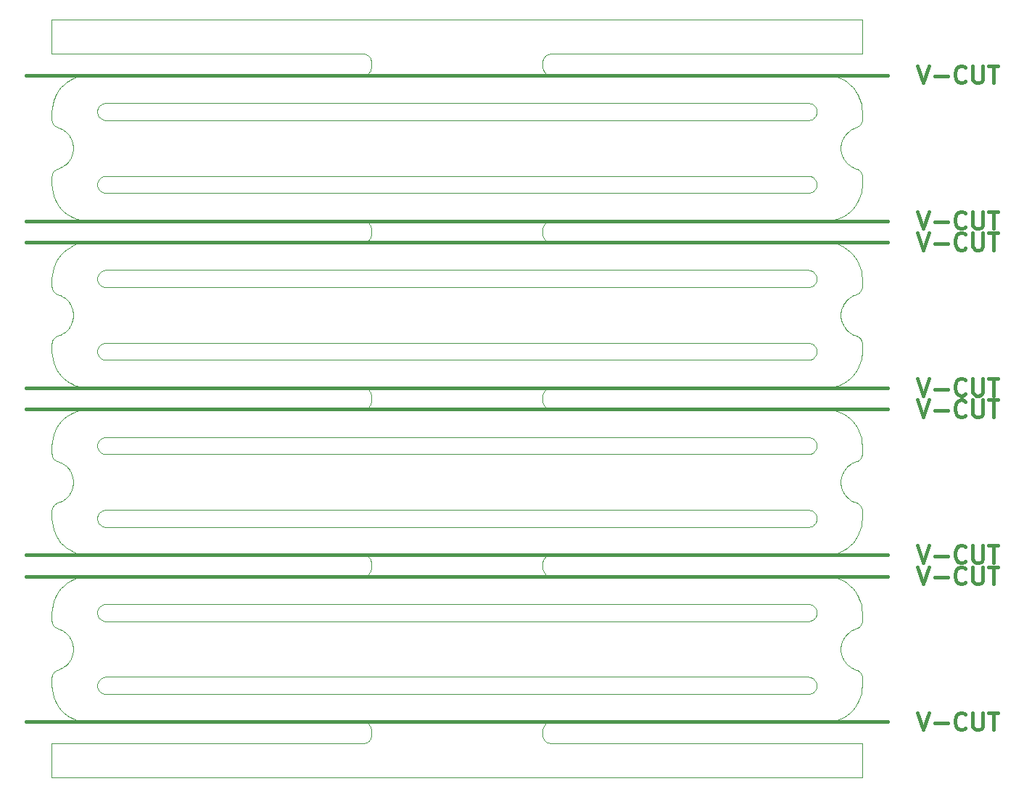
<source format=gbr>
G04 #@! TF.GenerationSoftware,KiCad,Pcbnew,5.1.5+dfsg1-2build2*
G04 #@! TF.CreationDate,2021-10-10T04:01:33+00:00*
G04 #@! TF.ProjectId,base_4.0,62617365-5f34-42e3-902e-6b696361645f,rev?*
G04 #@! TF.SameCoordinates,Original*
G04 #@! TF.FileFunction,Other,Comment*
%FSLAX46Y46*%
G04 Gerber Fmt 4.6, Leading zero omitted, Abs format (unit mm)*
G04 Created by KiCad (PCBNEW 5.1.5+dfsg1-2build2) date 2021-10-10 04:01:33*
%MOMM*%
%LPD*%
G04 APERTURE LIST*
%ADD10C,0.400000*%
G04 #@! TA.AperFunction,Profile*
%ADD11C,0.100000*%
G04 #@! TD*
G04 APERTURE END LIST*
D10*
X151051477Y-124404761D02*
X151718143Y-126404761D01*
X152384810Y-124404761D01*
X153051477Y-125642857D02*
X154575286Y-125642857D01*
X156670524Y-126214285D02*
X156575286Y-126309523D01*
X156289572Y-126404761D01*
X156099096Y-126404761D01*
X155813381Y-126309523D01*
X155622905Y-126119047D01*
X155527667Y-125928571D01*
X155432429Y-125547619D01*
X155432429Y-125261904D01*
X155527667Y-124880952D01*
X155622905Y-124690476D01*
X155813381Y-124500000D01*
X156099096Y-124404761D01*
X156289572Y-124404761D01*
X156575286Y-124500000D01*
X156670524Y-124595238D01*
X157527667Y-124404761D02*
X157527667Y-126023809D01*
X157622905Y-126214285D01*
X157718143Y-126309523D01*
X157908620Y-126404761D01*
X158289572Y-126404761D01*
X158480048Y-126309523D01*
X158575286Y-126214285D01*
X158670524Y-126023809D01*
X158670524Y-124404761D01*
X159337191Y-124404761D02*
X160480048Y-124404761D01*
X159908620Y-126404761D02*
X159908620Y-124404761D01*
X46999000Y-125500000D02*
X147601001Y-125500000D01*
X151051477Y-107404761D02*
X151718143Y-109404761D01*
X152384810Y-107404761D01*
X153051477Y-108642857D02*
X154575286Y-108642857D01*
X156670524Y-109214285D02*
X156575286Y-109309523D01*
X156289572Y-109404761D01*
X156099096Y-109404761D01*
X155813381Y-109309523D01*
X155622905Y-109119047D01*
X155527667Y-108928571D01*
X155432429Y-108547619D01*
X155432429Y-108261904D01*
X155527667Y-107880952D01*
X155622905Y-107690476D01*
X155813381Y-107500000D01*
X156099096Y-107404761D01*
X156289572Y-107404761D01*
X156575286Y-107500000D01*
X156670524Y-107595238D01*
X157527667Y-107404761D02*
X157527667Y-109023809D01*
X157622905Y-109214285D01*
X157718143Y-109309523D01*
X157908620Y-109404761D01*
X158289572Y-109404761D01*
X158480048Y-109309523D01*
X158575286Y-109214285D01*
X158670524Y-109023809D01*
X158670524Y-107404761D01*
X159337191Y-107404761D02*
X160480048Y-107404761D01*
X159908620Y-109404761D02*
X159908620Y-107404761D01*
X46999000Y-108500000D02*
X147601001Y-108500000D01*
X151051477Y-104904761D02*
X151718143Y-106904761D01*
X152384810Y-104904761D01*
X153051477Y-106142857D02*
X154575286Y-106142857D01*
X156670524Y-106714285D02*
X156575286Y-106809523D01*
X156289572Y-106904761D01*
X156099096Y-106904761D01*
X155813381Y-106809523D01*
X155622905Y-106619047D01*
X155527667Y-106428571D01*
X155432429Y-106047619D01*
X155432429Y-105761904D01*
X155527667Y-105380952D01*
X155622905Y-105190476D01*
X155813381Y-105000000D01*
X156099096Y-104904761D01*
X156289572Y-104904761D01*
X156575286Y-105000000D01*
X156670524Y-105095238D01*
X157527667Y-104904761D02*
X157527667Y-106523809D01*
X157622905Y-106714285D01*
X157718143Y-106809523D01*
X157908620Y-106904761D01*
X158289572Y-106904761D01*
X158480048Y-106809523D01*
X158575286Y-106714285D01*
X158670524Y-106523809D01*
X158670524Y-104904761D01*
X159337191Y-104904761D02*
X160480048Y-104904761D01*
X159908620Y-106904761D02*
X159908620Y-104904761D01*
X46999000Y-106000000D02*
X147601001Y-106000000D01*
X151051477Y-65904761D02*
X151718143Y-67904761D01*
X152384810Y-65904761D01*
X153051477Y-67142857D02*
X154575286Y-67142857D01*
X156670524Y-67714285D02*
X156575286Y-67809523D01*
X156289572Y-67904761D01*
X156099096Y-67904761D01*
X155813381Y-67809523D01*
X155622905Y-67619047D01*
X155527667Y-67428571D01*
X155432429Y-67047619D01*
X155432429Y-66761904D01*
X155527667Y-66380952D01*
X155622905Y-66190476D01*
X155813381Y-66000000D01*
X156099096Y-65904761D01*
X156289572Y-65904761D01*
X156575286Y-66000000D01*
X156670524Y-66095238D01*
X157527667Y-65904761D02*
X157527667Y-67523809D01*
X157622905Y-67714285D01*
X157718143Y-67809523D01*
X157908620Y-67904761D01*
X158289572Y-67904761D01*
X158480048Y-67809523D01*
X158575286Y-67714285D01*
X158670524Y-67523809D01*
X158670524Y-65904761D01*
X159337191Y-65904761D02*
X160480048Y-65904761D01*
X159908620Y-67904761D02*
X159908620Y-65904761D01*
X46999000Y-67000000D02*
X147601001Y-67000000D01*
X151051477Y-85404761D02*
X151718143Y-87404761D01*
X152384810Y-85404761D01*
X153051477Y-86642857D02*
X154575286Y-86642857D01*
X156670524Y-87214285D02*
X156575286Y-87309523D01*
X156289572Y-87404761D01*
X156099096Y-87404761D01*
X155813381Y-87309523D01*
X155622905Y-87119047D01*
X155527667Y-86928571D01*
X155432429Y-86547619D01*
X155432429Y-86261904D01*
X155527667Y-85880952D01*
X155622905Y-85690476D01*
X155813381Y-85500000D01*
X156099096Y-85404761D01*
X156289572Y-85404761D01*
X156575286Y-85500000D01*
X156670524Y-85595238D01*
X157527667Y-85404761D02*
X157527667Y-87023809D01*
X157622905Y-87214285D01*
X157718143Y-87309523D01*
X157908620Y-87404761D01*
X158289572Y-87404761D01*
X158480048Y-87309523D01*
X158575286Y-87214285D01*
X158670524Y-87023809D01*
X158670524Y-85404761D01*
X159337191Y-85404761D02*
X160480048Y-85404761D01*
X159908620Y-87404761D02*
X159908620Y-85404761D01*
X46999000Y-86500000D02*
X147601001Y-86500000D01*
X151051477Y-68404761D02*
X151718143Y-70404761D01*
X152384810Y-68404761D01*
X153051477Y-69642857D02*
X154575286Y-69642857D01*
X156670524Y-70214285D02*
X156575286Y-70309523D01*
X156289572Y-70404761D01*
X156099096Y-70404761D01*
X155813381Y-70309523D01*
X155622905Y-70119047D01*
X155527667Y-69928571D01*
X155432429Y-69547619D01*
X155432429Y-69261904D01*
X155527667Y-68880952D01*
X155622905Y-68690476D01*
X155813381Y-68500000D01*
X156099096Y-68404761D01*
X156289572Y-68404761D01*
X156575286Y-68500000D01*
X156670524Y-68595238D01*
X157527667Y-68404761D02*
X157527667Y-70023809D01*
X157622905Y-70214285D01*
X157718143Y-70309523D01*
X157908620Y-70404761D01*
X158289572Y-70404761D01*
X158480048Y-70309523D01*
X158575286Y-70214285D01*
X158670524Y-70023809D01*
X158670524Y-68404761D01*
X159337191Y-68404761D02*
X160480048Y-68404761D01*
X159908620Y-70404761D02*
X159908620Y-68404761D01*
X46999000Y-69500000D02*
X147601001Y-69500000D01*
X151051477Y-87904761D02*
X151718143Y-89904761D01*
X152384810Y-87904761D01*
X153051477Y-89142857D02*
X154575286Y-89142857D01*
X156670524Y-89714285D02*
X156575286Y-89809523D01*
X156289572Y-89904761D01*
X156099096Y-89904761D01*
X155813381Y-89809523D01*
X155622905Y-89619047D01*
X155527667Y-89428571D01*
X155432429Y-89047619D01*
X155432429Y-88761904D01*
X155527667Y-88380952D01*
X155622905Y-88190476D01*
X155813381Y-88000000D01*
X156099096Y-87904761D01*
X156289572Y-87904761D01*
X156575286Y-88000000D01*
X156670524Y-88095238D01*
X157527667Y-87904761D02*
X157527667Y-89523809D01*
X157622905Y-89714285D01*
X157718143Y-89809523D01*
X157908620Y-89904761D01*
X158289572Y-89904761D01*
X158480048Y-89809523D01*
X158575286Y-89714285D01*
X158670524Y-89523809D01*
X158670524Y-87904761D01*
X159337191Y-87904761D02*
X160480048Y-87904761D01*
X159908620Y-89904761D02*
X159908620Y-87904761D01*
X46999000Y-89000000D02*
X147601001Y-89000000D01*
X151051477Y-48904761D02*
X151718143Y-50904761D01*
X152384810Y-48904761D01*
X153051477Y-50142857D02*
X154575286Y-50142857D01*
X156670524Y-50714285D02*
X156575286Y-50809523D01*
X156289572Y-50904761D01*
X156099096Y-50904761D01*
X155813381Y-50809523D01*
X155622905Y-50619047D01*
X155527667Y-50428571D01*
X155432429Y-50047619D01*
X155432429Y-49761904D01*
X155527667Y-49380952D01*
X155622905Y-49190476D01*
X155813381Y-49000000D01*
X156099096Y-48904761D01*
X156289572Y-48904761D01*
X156575286Y-49000000D01*
X156670524Y-49095238D01*
X157527667Y-48904761D02*
X157527667Y-50523809D01*
X157622905Y-50714285D01*
X157718143Y-50809523D01*
X157908620Y-50904761D01*
X158289572Y-50904761D01*
X158480048Y-50809523D01*
X158575286Y-50714285D01*
X158670524Y-50523809D01*
X158670524Y-48904761D01*
X159337191Y-48904761D02*
X160480048Y-48904761D01*
X159908620Y-50904761D02*
X159908620Y-48904761D01*
X46999000Y-50000000D02*
X147601001Y-50000000D01*
D11*
X138549900Y-102715900D02*
X138451100Y-102736200D01*
X138646400Y-102685700D02*
X138549900Y-102715900D01*
X138739300Y-102645900D02*
X138646400Y-102685700D01*
X138827600Y-102596800D02*
X138739300Y-102645900D01*
X138910600Y-102539100D02*
X138827600Y-102596800D01*
X138987300Y-102473300D02*
X138910600Y-102539100D01*
X139057100Y-102399800D02*
X138987300Y-102473300D01*
X139119000Y-102319900D02*
X139057100Y-102399800D01*
X139172400Y-102234100D02*
X139119000Y-102319900D01*
X139216900Y-102143400D02*
X139172400Y-102234100D01*
X139252000Y-102048600D02*
X139216900Y-102143400D01*
X139277300Y-101950700D02*
X139252000Y-102048600D01*
X139292600Y-101850800D02*
X139277300Y-101950700D01*
X139297700Y-101749900D02*
X139292600Y-101850800D01*
X139292600Y-101649200D02*
X139297700Y-101749900D01*
X139277300Y-101549300D02*
X139292600Y-101649200D01*
X139252000Y-101451500D02*
X139277300Y-101549300D01*
X139216900Y-101356700D02*
X139252000Y-101451500D01*
X139172400Y-101266000D02*
X139216900Y-101356700D01*
X139119000Y-101180200D02*
X139172400Y-101266000D01*
X139057100Y-101100300D02*
X139119000Y-101180200D01*
X138987300Y-101026800D02*
X139057100Y-101100300D01*
X138910600Y-100961000D02*
X138987300Y-101026800D01*
X138827600Y-100903300D02*
X138910600Y-100961000D01*
X138739300Y-100854200D02*
X138827600Y-100903300D01*
X138646600Y-100814500D02*
X138739300Y-100854200D01*
X138550200Y-100784200D02*
X138646600Y-100814500D01*
X138451200Y-100763800D02*
X138550200Y-100784200D01*
X138350700Y-100753600D02*
X138451200Y-100763800D01*
X138274800Y-100751000D02*
X138350700Y-100753600D01*
X56325400Y-100751000D02*
X138274800Y-100751000D01*
X56249200Y-100753600D02*
X56325400Y-100751000D01*
X56148800Y-100763800D02*
X56249200Y-100753600D01*
X56049800Y-100784200D02*
X56148800Y-100763800D01*
X55953400Y-100814500D02*
X56049800Y-100784200D01*
X55860500Y-100854300D02*
X55953400Y-100814500D01*
X55772100Y-100903400D02*
X55860500Y-100854300D01*
X55689200Y-100961100D02*
X55772100Y-100903400D01*
X55612500Y-101027000D02*
X55689200Y-100961100D01*
X55542900Y-101100300D02*
X55612500Y-101027000D01*
X55481000Y-101180200D02*
X55542900Y-101100300D01*
X55427600Y-101266000D02*
X55481000Y-101180200D01*
X55383100Y-101356700D02*
X55427600Y-101266000D01*
X55348100Y-101451200D02*
X55383100Y-101356700D01*
X55322700Y-101549100D02*
X55348100Y-101451200D01*
X55307400Y-101649000D02*
X55322700Y-101549100D01*
X55302300Y-101749900D02*
X55307400Y-101649000D01*
X55307400Y-101850800D02*
X55302300Y-101749900D01*
X55322700Y-101950700D02*
X55307400Y-101850800D01*
X55348000Y-102048600D02*
X55322700Y-101950700D01*
X55383100Y-102143400D02*
X55348000Y-102048600D01*
X55427600Y-102234100D02*
X55383100Y-102143400D01*
X55481000Y-102319900D02*
X55427600Y-102234100D01*
X55542900Y-102399800D02*
X55481000Y-102319900D01*
X55612500Y-102473100D02*
X55542900Y-102399800D01*
X55689200Y-102538900D02*
X55612500Y-102473100D01*
X55772100Y-102596700D02*
X55689200Y-102538900D01*
X55860500Y-102645700D02*
X55772100Y-102596700D01*
X55953400Y-102685600D02*
X55860500Y-102645700D01*
X56049800Y-102715900D02*
X55953400Y-102685600D01*
X56148800Y-102736200D02*
X56049800Y-102715900D01*
X56249300Y-102746500D02*
X56148800Y-102736200D01*
X56325200Y-102749000D02*
X56249300Y-102746500D01*
X138274900Y-102749000D02*
X56325200Y-102749000D01*
X138350500Y-102746500D02*
X138274900Y-102749000D01*
X138451100Y-102736200D02*
X138350500Y-102746500D01*
X138549900Y-94215900D02*
X138451100Y-94236200D01*
X138646400Y-94185700D02*
X138549900Y-94215900D01*
X138739300Y-94145900D02*
X138646400Y-94185700D01*
X138827600Y-94096800D02*
X138739300Y-94145900D01*
X138910600Y-94039100D02*
X138827600Y-94096800D01*
X138987300Y-93973300D02*
X138910600Y-94039100D01*
X139057100Y-93899800D02*
X138987300Y-93973300D01*
X139119000Y-93819900D02*
X139057100Y-93899800D01*
X139172400Y-93734100D02*
X139119000Y-93819900D01*
X139216900Y-93643400D02*
X139172400Y-93734100D01*
X139252000Y-93548600D02*
X139216900Y-93643400D01*
X139277300Y-93450700D02*
X139252000Y-93548600D01*
X139292600Y-93350800D02*
X139277300Y-93450700D01*
X139297700Y-93249900D02*
X139292600Y-93350800D01*
X139292600Y-93149200D02*
X139297700Y-93249900D01*
X139277300Y-93049300D02*
X139292600Y-93149200D01*
X139252000Y-92951500D02*
X139277300Y-93049300D01*
X139216900Y-92856700D02*
X139252000Y-92951500D01*
X139172400Y-92766000D02*
X139216900Y-92856700D01*
X139119000Y-92680200D02*
X139172400Y-92766000D01*
X139057100Y-92600300D02*
X139119000Y-92680200D01*
X138987300Y-92526800D02*
X139057100Y-92600300D01*
X138910600Y-92461000D02*
X138987300Y-92526800D01*
X138827600Y-92403300D02*
X138910600Y-92461000D01*
X138739300Y-92354200D02*
X138827600Y-92403300D01*
X138646600Y-92314500D02*
X138739300Y-92354200D01*
X138550200Y-92284200D02*
X138646600Y-92314500D01*
X138451200Y-92263800D02*
X138550200Y-92284200D01*
X138350700Y-92253600D02*
X138451200Y-92263800D01*
X138274800Y-92251000D02*
X138350700Y-92253600D01*
X56325400Y-92251000D02*
X138274800Y-92251000D01*
X56249200Y-92253600D02*
X56325400Y-92251000D01*
X56148800Y-92263800D02*
X56249200Y-92253600D01*
X56049800Y-92284200D02*
X56148800Y-92263800D01*
X55953400Y-92314500D02*
X56049800Y-92284200D01*
X55860500Y-92354300D02*
X55953400Y-92314500D01*
X55772100Y-92403400D02*
X55860500Y-92354300D01*
X55689200Y-92461100D02*
X55772100Y-92403400D01*
X55612500Y-92527000D02*
X55689200Y-92461100D01*
X55542900Y-92600300D02*
X55612500Y-92527000D01*
X55481000Y-92680200D02*
X55542900Y-92600300D01*
X55427600Y-92766000D02*
X55481000Y-92680200D01*
X55383100Y-92856700D02*
X55427600Y-92766000D01*
X55348100Y-92951200D02*
X55383100Y-92856700D01*
X55322700Y-93049100D02*
X55348100Y-92951200D01*
X55307400Y-93149000D02*
X55322700Y-93049100D01*
X55302300Y-93249900D02*
X55307400Y-93149000D01*
X55307400Y-93350800D02*
X55302300Y-93249900D01*
X55322700Y-93450700D02*
X55307400Y-93350800D01*
X55348000Y-93548600D02*
X55322700Y-93450700D01*
X55383100Y-93643400D02*
X55348000Y-93548600D01*
X55427600Y-93734100D02*
X55383100Y-93643400D01*
X55481000Y-93819900D02*
X55427600Y-93734100D01*
X55542900Y-93899800D02*
X55481000Y-93819900D01*
X55612500Y-93973100D02*
X55542900Y-93899800D01*
X55689200Y-94038900D02*
X55612500Y-93973100D01*
X55772100Y-94096700D02*
X55689200Y-94038900D01*
X55860500Y-94145700D02*
X55772100Y-94096700D01*
X55953400Y-94185600D02*
X55860500Y-94145700D01*
X56049800Y-94215900D02*
X55953400Y-94185600D01*
X56148800Y-94236200D02*
X56049800Y-94215900D01*
X56249300Y-94246500D02*
X56148800Y-94236200D01*
X56325200Y-94249000D02*
X56249300Y-94246500D01*
X138274900Y-94249000D02*
X56325200Y-94249000D01*
X138350500Y-94246500D02*
X138274900Y-94249000D01*
X138451100Y-94236200D02*
X138350500Y-94246500D01*
X138549900Y-83215900D02*
X138451000Y-83236200D01*
X138646400Y-83185700D02*
X138549900Y-83215900D01*
X138739300Y-83145800D02*
X138646400Y-83185700D01*
X138827600Y-83096800D02*
X138739300Y-83145800D01*
X138910600Y-83039100D02*
X138827600Y-83096800D01*
X138987300Y-82973300D02*
X138910600Y-83039100D01*
X139057100Y-82899800D02*
X138987300Y-82973300D01*
X139119000Y-82819900D02*
X139057100Y-82899800D01*
X139172400Y-82734100D02*
X139119000Y-82819900D01*
X139216900Y-82643300D02*
X139172400Y-82734100D01*
X139252000Y-82548600D02*
X139216900Y-82643300D01*
X139277300Y-82450700D02*
X139252000Y-82548600D01*
X139292600Y-82350800D02*
X139277300Y-82450700D01*
X139297700Y-82249900D02*
X139292600Y-82350800D01*
X139292600Y-82149200D02*
X139297700Y-82249900D01*
X139277300Y-82049300D02*
X139292600Y-82149200D01*
X139252000Y-81951500D02*
X139277300Y-82049300D01*
X139216900Y-81856700D02*
X139252000Y-81951500D01*
X139172400Y-81765900D02*
X139216900Y-81856700D01*
X139119000Y-81680200D02*
X139172400Y-81765900D01*
X139057100Y-81600200D02*
X139119000Y-81680200D01*
X138987300Y-81526800D02*
X139057100Y-81600200D01*
X138910600Y-81461000D02*
X138987300Y-81526800D01*
X138827600Y-81403200D02*
X138910600Y-81461000D01*
X138739300Y-81354200D02*
X138827600Y-81403200D01*
X138646600Y-81314500D02*
X138739300Y-81354200D01*
X138550200Y-81284200D02*
X138646600Y-81314500D01*
X138451200Y-81263800D02*
X138550200Y-81284200D01*
X138350700Y-81253600D02*
X138451200Y-81263800D01*
X138274800Y-81251000D02*
X138350700Y-81253600D01*
X56325300Y-81251000D02*
X138274800Y-81251000D01*
X56249200Y-81253600D02*
X56325300Y-81251000D01*
X56148800Y-81263800D02*
X56249200Y-81253600D01*
X56049800Y-81284200D02*
X56148800Y-81263800D01*
X55953400Y-81314500D02*
X56049800Y-81284200D01*
X55860500Y-81354300D02*
X55953400Y-81314500D01*
X55772100Y-81403400D02*
X55860500Y-81354300D01*
X55689200Y-81461100D02*
X55772100Y-81403400D01*
X55612500Y-81527000D02*
X55689200Y-81461100D01*
X55542900Y-81600200D02*
X55612500Y-81527000D01*
X55481000Y-81680200D02*
X55542900Y-81600200D01*
X55427600Y-81765900D02*
X55481000Y-81680200D01*
X55383100Y-81856700D02*
X55427600Y-81765900D01*
X55348100Y-81951200D02*
X55383100Y-81856700D01*
X55322700Y-82049000D02*
X55348100Y-81951200D01*
X55307400Y-82148900D02*
X55322700Y-82049000D01*
X55302300Y-82249900D02*
X55307400Y-82148900D01*
X55307400Y-82350800D02*
X55302300Y-82249900D01*
X55322700Y-82450700D02*
X55307400Y-82350800D01*
X55348000Y-82548600D02*
X55322700Y-82450700D01*
X55383100Y-82643300D02*
X55348000Y-82548600D01*
X55427600Y-82734100D02*
X55383100Y-82643300D01*
X55481000Y-82819900D02*
X55427600Y-82734100D01*
X55542900Y-82899800D02*
X55481000Y-82819900D01*
X55612500Y-82973100D02*
X55542900Y-82899800D01*
X55689200Y-83038900D02*
X55612500Y-82973100D01*
X55772100Y-83096700D02*
X55689200Y-83038900D01*
X55860500Y-83145700D02*
X55772100Y-83096700D01*
X55953400Y-83185600D02*
X55860500Y-83145700D01*
X56049800Y-83215800D02*
X55953400Y-83185600D01*
X56148800Y-83236200D02*
X56049800Y-83215800D01*
X56249300Y-83246400D02*
X56148800Y-83236200D01*
X56325200Y-83249000D02*
X56249300Y-83246400D01*
X138274800Y-83249000D02*
X56325200Y-83249000D01*
X138350600Y-83246400D02*
X138274800Y-83249000D01*
X138451000Y-83236200D02*
X138350600Y-83246400D01*
X138549900Y-74715900D02*
X138451000Y-74736200D01*
X138646400Y-74685700D02*
X138549900Y-74715900D01*
X138739300Y-74645800D02*
X138646400Y-74685700D01*
X138827600Y-74596800D02*
X138739300Y-74645800D01*
X138910600Y-74539100D02*
X138827600Y-74596800D01*
X138987300Y-74473300D02*
X138910600Y-74539100D01*
X139057100Y-74399800D02*
X138987300Y-74473300D01*
X139119000Y-74319900D02*
X139057100Y-74399800D01*
X139172400Y-74234100D02*
X139119000Y-74319900D01*
X139216900Y-74143300D02*
X139172400Y-74234100D01*
X139252000Y-74048600D02*
X139216900Y-74143300D01*
X139277300Y-73950700D02*
X139252000Y-74048600D01*
X139292600Y-73850800D02*
X139277300Y-73950700D01*
X139297700Y-73749900D02*
X139292600Y-73850800D01*
X139292600Y-73649200D02*
X139297700Y-73749900D01*
X139277300Y-73549300D02*
X139292600Y-73649200D01*
X139252000Y-73451500D02*
X139277300Y-73549300D01*
X139216900Y-73356700D02*
X139252000Y-73451500D01*
X139172400Y-73265900D02*
X139216900Y-73356700D01*
X139119000Y-73180200D02*
X139172400Y-73265900D01*
X139057100Y-73100200D02*
X139119000Y-73180200D01*
X138987300Y-73026800D02*
X139057100Y-73100200D01*
X138910600Y-72961000D02*
X138987300Y-73026800D01*
X138827600Y-72903200D02*
X138910600Y-72961000D01*
X138739300Y-72854200D02*
X138827600Y-72903200D01*
X138646600Y-72814500D02*
X138739300Y-72854200D01*
X138550200Y-72784200D02*
X138646600Y-72814500D01*
X138451200Y-72763800D02*
X138550200Y-72784200D01*
X138350700Y-72753600D02*
X138451200Y-72763800D01*
X138274800Y-72751000D02*
X138350700Y-72753600D01*
X56325300Y-72751000D02*
X138274800Y-72751000D01*
X56249200Y-72753600D02*
X56325300Y-72751000D01*
X56148800Y-72763800D02*
X56249200Y-72753600D01*
X56049800Y-72784200D02*
X56148800Y-72763800D01*
X55953400Y-72814500D02*
X56049800Y-72784200D01*
X55860500Y-72854300D02*
X55953400Y-72814500D01*
X55772100Y-72903400D02*
X55860500Y-72854300D01*
X55689200Y-72961100D02*
X55772100Y-72903400D01*
X55612500Y-73027000D02*
X55689200Y-72961100D01*
X55542900Y-73100200D02*
X55612500Y-73027000D01*
X55481000Y-73180200D02*
X55542900Y-73100200D01*
X55427600Y-73265900D02*
X55481000Y-73180200D01*
X55383100Y-73356700D02*
X55427600Y-73265900D01*
X55348100Y-73451200D02*
X55383100Y-73356700D01*
X55322700Y-73549000D02*
X55348100Y-73451200D01*
X55307400Y-73648900D02*
X55322700Y-73549000D01*
X55302300Y-73749900D02*
X55307400Y-73648900D01*
X55307400Y-73850800D02*
X55302300Y-73749900D01*
X55322700Y-73950700D02*
X55307400Y-73850800D01*
X55348000Y-74048600D02*
X55322700Y-73950700D01*
X55383100Y-74143300D02*
X55348000Y-74048600D01*
X55427600Y-74234100D02*
X55383100Y-74143300D01*
X55481000Y-74319900D02*
X55427600Y-74234100D01*
X55542900Y-74399800D02*
X55481000Y-74319900D01*
X55612500Y-74473100D02*
X55542900Y-74399800D01*
X55689200Y-74538900D02*
X55612500Y-74473100D01*
X55772100Y-74596700D02*
X55689200Y-74538900D01*
X55860500Y-74645700D02*
X55772100Y-74596700D01*
X55953400Y-74685600D02*
X55860500Y-74645700D01*
X56049800Y-74715800D02*
X55953400Y-74685600D01*
X56148800Y-74736200D02*
X56049800Y-74715800D01*
X56249300Y-74746400D02*
X56148800Y-74736200D01*
X56325200Y-74749000D02*
X56249300Y-74746400D01*
X138274800Y-74749000D02*
X56325200Y-74749000D01*
X138350600Y-74746400D02*
X138274800Y-74749000D01*
X138451000Y-74736200D02*
X138350600Y-74746400D01*
X138549900Y-63715900D02*
X138451000Y-63736200D01*
X138646400Y-63685700D02*
X138549900Y-63715900D01*
X138739300Y-63645800D02*
X138646400Y-63685700D01*
X138827600Y-63596800D02*
X138739300Y-63645800D01*
X138910600Y-63539100D02*
X138827600Y-63596800D01*
X138987300Y-63473200D02*
X138910600Y-63539100D01*
X139057100Y-63399800D02*
X138987300Y-63473200D01*
X139118800Y-63320100D02*
X139057100Y-63399800D01*
X139172300Y-63234300D02*
X139118800Y-63320100D01*
X139216800Y-63143600D02*
X139172300Y-63234300D01*
X139251900Y-63048800D02*
X139216800Y-63143600D01*
X139277300Y-62951000D02*
X139251900Y-63048800D01*
X139292600Y-62851100D02*
X139277300Y-62951000D01*
X139297700Y-62750100D02*
X139292600Y-62851100D01*
X139292600Y-62649200D02*
X139297700Y-62750100D01*
X139277300Y-62549300D02*
X139292600Y-62649200D01*
X139252000Y-62451500D02*
X139277300Y-62549300D01*
X139216800Y-62356400D02*
X139252000Y-62451500D01*
X139172300Y-62265700D02*
X139216800Y-62356400D01*
X139118800Y-62179900D02*
X139172300Y-62265700D01*
X139056900Y-62100000D02*
X139118800Y-62179900D01*
X138987300Y-62026800D02*
X139056900Y-62100000D01*
X138910600Y-61960900D02*
X138987300Y-62026800D01*
X138827600Y-61903200D02*
X138910600Y-61960900D01*
X138739500Y-61854300D02*
X138827600Y-61903200D01*
X138646600Y-61814400D02*
X138739500Y-61854300D01*
X138550200Y-61784200D02*
X138646600Y-61814400D01*
X138451200Y-61763800D02*
X138550200Y-61784200D01*
X138350700Y-61753600D02*
X138451200Y-61763800D01*
X138274800Y-61751000D02*
X138350700Y-61753600D01*
X56325200Y-61751000D02*
X138274800Y-61751000D01*
X56249300Y-61753600D02*
X56325200Y-61751000D01*
X56148800Y-61763800D02*
X56249300Y-61753600D01*
X56049800Y-61784200D02*
X56148800Y-61763800D01*
X55953400Y-61814400D02*
X56049800Y-61784200D01*
X55860500Y-61854300D02*
X55953400Y-61814400D01*
X55772100Y-61903400D02*
X55860500Y-61854300D01*
X55689200Y-61961100D02*
X55772100Y-61903400D01*
X55612500Y-62027000D02*
X55689200Y-61961100D01*
X55542900Y-62100200D02*
X55612500Y-62027000D01*
X55481000Y-62180200D02*
X55542900Y-62100200D01*
X55427600Y-62265900D02*
X55481000Y-62180200D01*
X55383100Y-62356700D02*
X55427600Y-62265900D01*
X55348000Y-62451500D02*
X55383100Y-62356700D01*
X55322700Y-62549000D02*
X55348000Y-62451500D01*
X55307400Y-62648900D02*
X55322700Y-62549000D01*
X55302300Y-62749900D02*
X55307400Y-62648900D01*
X55307400Y-62850800D02*
X55302300Y-62749900D01*
X55322700Y-62950700D02*
X55307400Y-62850800D01*
X55348000Y-63048500D02*
X55322700Y-62950700D01*
X55383100Y-63143300D02*
X55348000Y-63048500D01*
X55427600Y-63234100D02*
X55383100Y-63143300D01*
X55481000Y-63319900D02*
X55427600Y-63234100D01*
X55542900Y-63399800D02*
X55481000Y-63319900D01*
X55612500Y-63473000D02*
X55542900Y-63399800D01*
X55689200Y-63538900D02*
X55612500Y-63473000D01*
X55772100Y-63596600D02*
X55689200Y-63538900D01*
X55860500Y-63645700D02*
X55772100Y-63596600D01*
X55953400Y-63685600D02*
X55860500Y-63645700D01*
X56049800Y-63715800D02*
X55953400Y-63685600D01*
X56148800Y-63736200D02*
X56049800Y-63715800D01*
X56249300Y-63746400D02*
X56148800Y-63736200D01*
X56325200Y-63749000D02*
X56249300Y-63746400D01*
X138274800Y-63749000D02*
X56325200Y-63749000D01*
X138350700Y-63746400D02*
X138274800Y-63749000D01*
X138451000Y-63736200D02*
X138350700Y-63746400D01*
X138549900Y-55215900D02*
X138451000Y-55236200D01*
X138646400Y-55185700D02*
X138549900Y-55215900D01*
X138739300Y-55145800D02*
X138646400Y-55185700D01*
X138827600Y-55096800D02*
X138739300Y-55145800D01*
X138910600Y-55039100D02*
X138827600Y-55096800D01*
X138987300Y-54973200D02*
X138910600Y-55039100D01*
X139057100Y-54899800D02*
X138987300Y-54973200D01*
X139118800Y-54820100D02*
X139057100Y-54899800D01*
X139172300Y-54734300D02*
X139118800Y-54820100D01*
X139216800Y-54643600D02*
X139172300Y-54734300D01*
X139251900Y-54548800D02*
X139216800Y-54643600D01*
X139277300Y-54451000D02*
X139251900Y-54548800D01*
X139292600Y-54351100D02*
X139277300Y-54451000D01*
X139297700Y-54250100D02*
X139292600Y-54351100D01*
X139292600Y-54149200D02*
X139297700Y-54250100D01*
X139277300Y-54049300D02*
X139292600Y-54149200D01*
X139252000Y-53951500D02*
X139277300Y-54049300D01*
X139216800Y-53856400D02*
X139252000Y-53951500D01*
X139172300Y-53765700D02*
X139216800Y-53856400D01*
X139118800Y-53679900D02*
X139172300Y-53765700D01*
X139056900Y-53600000D02*
X139118800Y-53679900D01*
X138987300Y-53526800D02*
X139056900Y-53600000D01*
X138910600Y-53460900D02*
X138987300Y-53526800D01*
X138827600Y-53403200D02*
X138910600Y-53460900D01*
X138739500Y-53354300D02*
X138827600Y-53403200D01*
X138646600Y-53314400D02*
X138739500Y-53354300D01*
X138550200Y-53284200D02*
X138646600Y-53314400D01*
X138451200Y-53263800D02*
X138550200Y-53284200D01*
X138350700Y-53253600D02*
X138451200Y-53263800D01*
X138274800Y-53251000D02*
X138350700Y-53253600D01*
X56325200Y-53251000D02*
X138274800Y-53251000D01*
X56249300Y-53253600D02*
X56325200Y-53251000D01*
X56148800Y-53263800D02*
X56249300Y-53253600D01*
X56049800Y-53284200D02*
X56148800Y-53263800D01*
X55953400Y-53314400D02*
X56049800Y-53284200D01*
X55860500Y-53354300D02*
X55953400Y-53314400D01*
X55772100Y-53403400D02*
X55860500Y-53354300D01*
X55689200Y-53461100D02*
X55772100Y-53403400D01*
X55612500Y-53527000D02*
X55689200Y-53461100D01*
X55542900Y-53600200D02*
X55612500Y-53527000D01*
X55481000Y-53680200D02*
X55542900Y-53600200D01*
X55427600Y-53765900D02*
X55481000Y-53680200D01*
X55383100Y-53856700D02*
X55427600Y-53765900D01*
X55348000Y-53951500D02*
X55383100Y-53856700D01*
X55322700Y-54049000D02*
X55348000Y-53951500D01*
X55307400Y-54148900D02*
X55322700Y-54049000D01*
X55302300Y-54249900D02*
X55307400Y-54148900D01*
X55307400Y-54350800D02*
X55302300Y-54249900D01*
X55322700Y-54450700D02*
X55307400Y-54350800D01*
X55348000Y-54548500D02*
X55322700Y-54450700D01*
X55383100Y-54643300D02*
X55348000Y-54548500D01*
X55427600Y-54734100D02*
X55383100Y-54643300D01*
X55481000Y-54819900D02*
X55427600Y-54734100D01*
X55542900Y-54899800D02*
X55481000Y-54819900D01*
X55612500Y-54973000D02*
X55542900Y-54899800D01*
X55689200Y-55038900D02*
X55612500Y-54973000D01*
X55772100Y-55096600D02*
X55689200Y-55038900D01*
X55860500Y-55145700D02*
X55772100Y-55096600D01*
X55953400Y-55185600D02*
X55860500Y-55145700D01*
X56049800Y-55215800D02*
X55953400Y-55185600D01*
X56148800Y-55236200D02*
X56049800Y-55215800D01*
X56249300Y-55246400D02*
X56148800Y-55236200D01*
X56325200Y-55249000D02*
X56249300Y-55246400D01*
X138274800Y-55249000D02*
X56325200Y-55249000D01*
X138350700Y-55246400D02*
X138274800Y-55249000D01*
X138451000Y-55236200D02*
X138350700Y-55246400D01*
X138550200Y-122215900D02*
X138450700Y-122236300D01*
X138646600Y-122185600D02*
X138550200Y-122215900D01*
X138739500Y-122145700D02*
X138646600Y-122185600D01*
X138827900Y-122096700D02*
X138739500Y-122145700D01*
X138910800Y-122038900D02*
X138827900Y-122096700D01*
X138987500Y-121973100D02*
X138910800Y-122038900D01*
X139057100Y-121899800D02*
X138987500Y-121973100D01*
X139119000Y-121819900D02*
X139057100Y-121899800D01*
X139172400Y-121734100D02*
X139119000Y-121819900D01*
X139216900Y-121643400D02*
X139172400Y-121734100D01*
X139252000Y-121548600D02*
X139216900Y-121643400D01*
X139277300Y-121450800D02*
X139252000Y-121548600D01*
X139292600Y-121350900D02*
X139277300Y-121450800D01*
X139297700Y-121249900D02*
X139292600Y-121350900D01*
X139292600Y-121149300D02*
X139297700Y-121249900D01*
X139277300Y-121049300D02*
X139292600Y-121149300D01*
X139252000Y-120951500D02*
X139277300Y-121049300D01*
X139216900Y-120856700D02*
X139252000Y-120951500D01*
X139172400Y-120766000D02*
X139216900Y-120856700D01*
X139119000Y-120680200D02*
X139172400Y-120766000D01*
X139057100Y-120600300D02*
X139119000Y-120680200D01*
X138987300Y-120526800D02*
X139057100Y-120600300D01*
X138910600Y-120461000D02*
X138987300Y-120526800D01*
X138827600Y-120403300D02*
X138910600Y-120461000D01*
X138739300Y-120354200D02*
X138827600Y-120403300D01*
X138646600Y-120314500D02*
X138739300Y-120354200D01*
X138550200Y-120284200D02*
X138646600Y-120314500D01*
X138451200Y-120263900D02*
X138550200Y-120284200D01*
X138350700Y-120253600D02*
X138451200Y-120263900D01*
X138274800Y-120251100D02*
X138350700Y-120253600D01*
X56325000Y-120251100D02*
X138274800Y-120251100D01*
X56249600Y-120253600D02*
X56325000Y-120251100D01*
X56148800Y-120263900D02*
X56249600Y-120253600D01*
X56049800Y-120284200D02*
X56148800Y-120263900D01*
X55953400Y-120314500D02*
X56049800Y-120284200D01*
X55860500Y-120354400D02*
X55953400Y-120314500D01*
X55772100Y-120403400D02*
X55860500Y-120354400D01*
X55689200Y-120461200D02*
X55772100Y-120403400D01*
X55612500Y-120527000D02*
X55689200Y-120461200D01*
X55542900Y-120600300D02*
X55612500Y-120527000D01*
X55481000Y-120680200D02*
X55542900Y-120600300D01*
X55427600Y-120766000D02*
X55481000Y-120680200D01*
X55383100Y-120856700D02*
X55427600Y-120766000D01*
X55348100Y-120951200D02*
X55383100Y-120856700D01*
X55322700Y-121049100D02*
X55348100Y-120951200D01*
X55307400Y-121149000D02*
X55322700Y-121049100D01*
X55302300Y-121249900D02*
X55307400Y-121149000D01*
X55307400Y-121350900D02*
X55302300Y-121249900D01*
X55322700Y-121450800D02*
X55307400Y-121350900D01*
X55348000Y-121548600D02*
X55322700Y-121450800D01*
X55383100Y-121643400D02*
X55348000Y-121548600D01*
X55427600Y-121734100D02*
X55383100Y-121643400D01*
X55481000Y-121819900D02*
X55427600Y-121734100D01*
X55542900Y-121899800D02*
X55481000Y-121819900D01*
X55612500Y-121973100D02*
X55542900Y-121899800D01*
X55689200Y-122038900D02*
X55612500Y-121973100D01*
X55772100Y-122096700D02*
X55689200Y-122038900D01*
X55860500Y-122145700D02*
X55772100Y-122096700D01*
X55953400Y-122185600D02*
X55860500Y-122145700D01*
X56049800Y-122215900D02*
X55953400Y-122185600D01*
X56148800Y-122236200D02*
X56049800Y-122215900D01*
X56249300Y-122246500D02*
X56148800Y-122236200D01*
X56325200Y-122249100D02*
X56249300Y-122246500D01*
X138274500Y-122249100D02*
X56325200Y-122249100D01*
X138350900Y-122246500D02*
X138274500Y-122249100D01*
X138450700Y-122236300D02*
X138350900Y-122246500D01*
X138550200Y-113715900D02*
X138450700Y-113736300D01*
X138646600Y-113685600D02*
X138550200Y-113715900D01*
X138739500Y-113645700D02*
X138646600Y-113685600D01*
X138827900Y-113596700D02*
X138739500Y-113645700D01*
X138910800Y-113538900D02*
X138827900Y-113596700D01*
X138987500Y-113473100D02*
X138910800Y-113538900D01*
X139057100Y-113399800D02*
X138987500Y-113473100D01*
X139119000Y-113319900D02*
X139057100Y-113399800D01*
X139172400Y-113234100D02*
X139119000Y-113319900D01*
X139216900Y-113143400D02*
X139172400Y-113234100D01*
X139252000Y-113048600D02*
X139216900Y-113143400D01*
X139277300Y-112950800D02*
X139252000Y-113048600D01*
X139292600Y-112850900D02*
X139277300Y-112950800D01*
X139297700Y-112749900D02*
X139292600Y-112850900D01*
X139292600Y-112649300D02*
X139297700Y-112749900D01*
X139277300Y-112549300D02*
X139292600Y-112649300D01*
X139252000Y-112451500D02*
X139277300Y-112549300D01*
X139216900Y-112356700D02*
X139252000Y-112451500D01*
X139172400Y-112266000D02*
X139216900Y-112356700D01*
X139119000Y-112180200D02*
X139172400Y-112266000D01*
X139057100Y-112100300D02*
X139119000Y-112180200D01*
X138987300Y-112026800D02*
X139057100Y-112100300D01*
X138910600Y-111961000D02*
X138987300Y-112026800D01*
X138827600Y-111903300D02*
X138910600Y-111961000D01*
X138739300Y-111854200D02*
X138827600Y-111903300D01*
X138646600Y-111814500D02*
X138739300Y-111854200D01*
X138550200Y-111784200D02*
X138646600Y-111814500D01*
X138451200Y-111763900D02*
X138550200Y-111784200D01*
X138350700Y-111753600D02*
X138451200Y-111763900D01*
X138274800Y-111751100D02*
X138350700Y-111753600D01*
X56325000Y-111751100D02*
X138274800Y-111751100D01*
X56249600Y-111753600D02*
X56325000Y-111751100D01*
X56148800Y-111763900D02*
X56249600Y-111753600D01*
X56049800Y-111784200D02*
X56148800Y-111763900D01*
X55953400Y-111814500D02*
X56049800Y-111784200D01*
X55860500Y-111854400D02*
X55953400Y-111814500D01*
X55772100Y-111903400D02*
X55860500Y-111854400D01*
X55689200Y-111961200D02*
X55772100Y-111903400D01*
X55612500Y-112027000D02*
X55689200Y-111961200D01*
X55542900Y-112100300D02*
X55612500Y-112027000D01*
X55481000Y-112180200D02*
X55542900Y-112100300D01*
X55427600Y-112266000D02*
X55481000Y-112180200D01*
X55383100Y-112356700D02*
X55427600Y-112266000D01*
X55348100Y-112451200D02*
X55383100Y-112356700D01*
X55322700Y-112549100D02*
X55348100Y-112451200D01*
X55307400Y-112649000D02*
X55322700Y-112549100D01*
X55302300Y-112749900D02*
X55307400Y-112649000D01*
X55307400Y-112850900D02*
X55302300Y-112749900D01*
X55322700Y-112950800D02*
X55307400Y-112850900D01*
X55348000Y-113048600D02*
X55322700Y-112950800D01*
X55383100Y-113143400D02*
X55348000Y-113048600D01*
X55427600Y-113234100D02*
X55383100Y-113143400D01*
X55481000Y-113319900D02*
X55427600Y-113234100D01*
X55542900Y-113399800D02*
X55481000Y-113319900D01*
X55612500Y-113473100D02*
X55542900Y-113399800D01*
X55689200Y-113538900D02*
X55612500Y-113473100D01*
X55772100Y-113596700D02*
X55689200Y-113538900D01*
X55860500Y-113645700D02*
X55772100Y-113596700D01*
X55953400Y-113685600D02*
X55860500Y-113645700D01*
X56049800Y-113715900D02*
X55953400Y-113685600D01*
X56148800Y-113736200D02*
X56049800Y-113715900D01*
X56249300Y-113746500D02*
X56148800Y-113736200D01*
X56325200Y-113749100D02*
X56249300Y-113746500D01*
X138274500Y-113749100D02*
X56325200Y-113749100D01*
X138350900Y-113746500D02*
X138274500Y-113749100D01*
X138450700Y-113736300D02*
X138350900Y-113746500D01*
X144576500Y-43499000D02*
X50009200Y-43499700D01*
X144591800Y-43499800D02*
X144576500Y-43499000D01*
X144597000Y-43502300D02*
X144591800Y-43499800D01*
X144600200Y-43508200D02*
X144597000Y-43502300D01*
X144601000Y-43523500D02*
X144600200Y-43508200D01*
X144601000Y-47475500D02*
X144601000Y-43523500D01*
X144599700Y-47492700D02*
X144601000Y-47475500D01*
X144597000Y-47496700D02*
X144599700Y-47492700D01*
X144591800Y-47499200D02*
X144597000Y-47496700D01*
X108291300Y-47500000D02*
X144591800Y-47499200D01*
X108194000Y-47504800D02*
X108291300Y-47500000D01*
X108097900Y-47519000D02*
X108194000Y-47504800D01*
X108003600Y-47542600D02*
X108097900Y-47519000D01*
X107912200Y-47575400D02*
X108003600Y-47542600D01*
X107824300Y-47616900D02*
X107912200Y-47575400D01*
X107741000Y-47666900D02*
X107824300Y-47616900D01*
X107663000Y-47724700D02*
X107741000Y-47666900D01*
X107591000Y-47790000D02*
X107663000Y-47724700D01*
X107525700Y-47862000D02*
X107591000Y-47790000D01*
X107467900Y-47940000D02*
X107525700Y-47862000D01*
X107417900Y-48023300D02*
X107467900Y-47940000D01*
X107376400Y-48111100D02*
X107417900Y-48023300D01*
X107343700Y-48202600D02*
X107376400Y-48111100D01*
X107320000Y-48296900D02*
X107343700Y-48202600D01*
X107305800Y-48393000D02*
X107320000Y-48296900D01*
X107301000Y-48490200D02*
X107305800Y-48393000D01*
X107301000Y-49008800D02*
X107301000Y-48490200D01*
X107305800Y-49106000D02*
X107301000Y-49008800D01*
X107320000Y-49202100D02*
X107305800Y-49106000D01*
X107343700Y-49296400D02*
X107320000Y-49202100D01*
X107376400Y-49387900D02*
X107343700Y-49296400D01*
X107417900Y-49475700D02*
X107376400Y-49387900D01*
X107467900Y-49559000D02*
X107417900Y-49475700D01*
X107525700Y-49637000D02*
X107467900Y-49559000D01*
X107591000Y-49709000D02*
X107525700Y-49637000D01*
X107663000Y-49774300D02*
X107591000Y-49709000D01*
X107741000Y-49832100D02*
X107663000Y-49774300D01*
X107824300Y-49882100D02*
X107741000Y-49832100D01*
X107912200Y-49923600D02*
X107824300Y-49882100D01*
X108003600Y-49956400D02*
X107912200Y-49923600D01*
X108097900Y-49980000D02*
X108003600Y-49956400D01*
X108194000Y-49994200D02*
X108097900Y-49980000D01*
X108291300Y-49999000D02*
X108194000Y-49994200D01*
X140343400Y-49999000D02*
X108291300Y-49999000D01*
X140794600Y-50022700D02*
X140343400Y-49999000D01*
X141220800Y-50089800D02*
X140794600Y-50022700D01*
X141246500Y-50095300D02*
X141220800Y-50089800D01*
X141663300Y-50207300D02*
X141246500Y-50095300D01*
X142066700Y-50361800D02*
X141663300Y-50207300D01*
X142090700Y-50372500D02*
X142066700Y-50361800D01*
X142475100Y-50568700D02*
X142090700Y-50372500D01*
X142848300Y-50811000D02*
X142475100Y-50568700D01*
X143194500Y-51091300D02*
X142848300Y-50811000D01*
X143499800Y-51396200D02*
X143194500Y-51091300D01*
X143517400Y-51415700D02*
X143499800Y-51396200D01*
X143780800Y-51741100D02*
X143517400Y-51415700D01*
X143796300Y-51762300D02*
X143780800Y-51741100D01*
X144031100Y-52124500D02*
X143796300Y-51762300D01*
X144227500Y-52509200D02*
X144031100Y-52124500D01*
X144238200Y-52533200D02*
X144227500Y-52509200D01*
X144388200Y-52924100D02*
X144238200Y-52533200D01*
X144396300Y-52949100D02*
X144388200Y-52924100D01*
X144507800Y-53366500D02*
X144396300Y-52949100D01*
X144577300Y-53805500D02*
X144507800Y-53366500D01*
X144600900Y-54250100D02*
X144577300Y-53805500D01*
X144600900Y-55145800D02*
X144600900Y-54250100D01*
X144595900Y-55244100D02*
X144600900Y-55145800D01*
X144583400Y-55329600D02*
X144595900Y-55244100D01*
X144578600Y-55353900D02*
X144583400Y-55329600D01*
X144553400Y-55449200D02*
X144578600Y-55353900D01*
X144524000Y-55530000D02*
X144553400Y-55449200D01*
X144487300Y-55608200D02*
X144524000Y-55530000D01*
X144475600Y-55630000D02*
X144487300Y-55608200D01*
X144430700Y-55703900D02*
X144475600Y-55630000D01*
X144372100Y-55782500D02*
X144430700Y-55703900D01*
X144314100Y-55846600D02*
X144372100Y-55782500D01*
X144296500Y-55864100D02*
X144314100Y-55846600D01*
X144232100Y-55921700D02*
X144296500Y-55864100D01*
X144152700Y-55980100D02*
X144232100Y-55921700D01*
X144057300Y-56035700D02*
X144152700Y-55980100D01*
X143978600Y-56072200D02*
X144057300Y-56035700D01*
X143700100Y-56170700D02*
X143978600Y-56072200D01*
X143609400Y-56207800D02*
X143700100Y-56170700D01*
X143475300Y-56270600D02*
X143609400Y-56207800D01*
X143388700Y-56316400D02*
X143475300Y-56270600D01*
X143261400Y-56392000D02*
X143388700Y-56316400D01*
X143179800Y-56446200D02*
X143261400Y-56392000D01*
X143060600Y-56533900D02*
X143179800Y-56446200D01*
X142984600Y-56595900D02*
X143060600Y-56533900D01*
X142874600Y-56694900D02*
X142984600Y-56595900D01*
X142805100Y-56764000D02*
X142874600Y-56694900D01*
X142705400Y-56873400D02*
X142805100Y-56764000D01*
X142643000Y-56949000D02*
X142705400Y-56873400D01*
X142554500Y-57067700D02*
X142643000Y-56949000D01*
X142499900Y-57149100D02*
X142554500Y-57067700D01*
X142423600Y-57275900D02*
X142499900Y-57149100D01*
X142377200Y-57362300D02*
X142423600Y-57275900D01*
X142313700Y-57496000D02*
X142377200Y-57362300D01*
X142276000Y-57586500D02*
X142313700Y-57496000D01*
X142226000Y-57725800D02*
X142276000Y-57586500D01*
X142197400Y-57819500D02*
X142226000Y-57725800D01*
X142161300Y-57963100D02*
X142197400Y-57819500D01*
X142142200Y-58059200D02*
X142161300Y-57963100D01*
X142120400Y-58205600D02*
X142142200Y-58059200D01*
X142110700Y-58303100D02*
X142120400Y-58205600D01*
X142103400Y-58451000D02*
X142110700Y-58303100D01*
X142103400Y-58549000D02*
X142103400Y-58451000D01*
X142110700Y-58696900D02*
X142103400Y-58549000D01*
X142120400Y-58794400D02*
X142110700Y-58696900D01*
X142142200Y-58940800D02*
X142120400Y-58794400D01*
X142161300Y-59036900D02*
X142142200Y-58940800D01*
X142197400Y-59180500D02*
X142161300Y-59036900D01*
X142226000Y-59274200D02*
X142197400Y-59180500D01*
X142276000Y-59413500D02*
X142226000Y-59274200D01*
X142313700Y-59504000D02*
X142276000Y-59413500D01*
X142377200Y-59637700D02*
X142313700Y-59504000D01*
X142423600Y-59724100D02*
X142377200Y-59637700D01*
X142499900Y-59850900D02*
X142423600Y-59724100D01*
X142554500Y-59932300D02*
X142499900Y-59850900D01*
X142643000Y-60051000D02*
X142554500Y-59932300D01*
X142705400Y-60126600D02*
X142643000Y-60051000D01*
X142805100Y-60236000D02*
X142705400Y-60126600D01*
X142874600Y-60305100D02*
X142805100Y-60236000D01*
X142984600Y-60404100D02*
X142874600Y-60305100D01*
X143060600Y-60466100D02*
X142984600Y-60404100D01*
X143179800Y-60553800D02*
X143060600Y-60466100D01*
X143261500Y-60608000D02*
X143179800Y-60553800D01*
X143388700Y-60683600D02*
X143261500Y-60608000D01*
X143475300Y-60729500D02*
X143388700Y-60683600D01*
X143609400Y-60792200D02*
X143475300Y-60729500D01*
X143700100Y-60829300D02*
X143609400Y-60792200D01*
X143979100Y-60928000D02*
X143700100Y-60829300D01*
X144068400Y-60969800D02*
X143979100Y-60928000D01*
X144162800Y-61027000D02*
X144068400Y-60969800D01*
X144241700Y-61086500D02*
X144162800Y-61027000D01*
X144305400Y-61144300D02*
X144241700Y-61086500D01*
X144363800Y-61207900D02*
X144305400Y-61144300D01*
X144379500Y-61227000D02*
X144363800Y-61207900D01*
X144430700Y-61296100D02*
X144379500Y-61227000D01*
X144481800Y-61381000D02*
X144430700Y-61296100D01*
X144524100Y-61470000D02*
X144481800Y-61381000D01*
X144557400Y-61562800D02*
X144524100Y-61470000D01*
X144581400Y-61658400D02*
X144557400Y-61562800D01*
X144594300Y-61743400D02*
X144581400Y-61658400D01*
X144596800Y-61768000D02*
X144594300Y-61743400D01*
X144601000Y-61860300D02*
X144596800Y-61768000D01*
X144600900Y-62749900D02*
X144601000Y-61860300D01*
X144578400Y-63181200D02*
X144600900Y-62749900D01*
X144575700Y-63207300D02*
X144578400Y-63181200D01*
X144510200Y-63620800D02*
X144575700Y-63207300D01*
X144504700Y-63646500D02*
X144510200Y-63620800D01*
X144392700Y-64063300D02*
X144504700Y-63646500D01*
X144238200Y-64466700D02*
X144392700Y-64063300D01*
X144227500Y-64490700D02*
X144238200Y-64466700D01*
X144031300Y-64875100D02*
X144227500Y-64490700D01*
X143788700Y-65248700D02*
X144031300Y-64875100D01*
X143517400Y-65584200D02*
X143788700Y-65248700D01*
X143499800Y-65603800D02*
X143517400Y-65584200D01*
X143194400Y-65908700D02*
X143499800Y-65603800D01*
X142858900Y-66180800D02*
X143194400Y-65908700D01*
X142837700Y-66196300D02*
X142858900Y-66180800D01*
X142475500Y-66431100D02*
X142837700Y-66196300D01*
X142078600Y-66633300D02*
X142475500Y-66431100D01*
X141663300Y-66792700D02*
X142078600Y-66633300D01*
X141233500Y-66907800D02*
X141663300Y-66792700D01*
X140794000Y-66977400D02*
X141233500Y-66907800D01*
X140343600Y-67001000D02*
X140794000Y-66977400D01*
X108291300Y-67001000D02*
X140343600Y-67001000D01*
X108194000Y-67005800D02*
X108291300Y-67001000D01*
X108097900Y-67020000D02*
X108194000Y-67005800D01*
X108003600Y-67043600D02*
X108097900Y-67020000D01*
X107912200Y-67076400D02*
X108003600Y-67043600D01*
X107824300Y-67117900D02*
X107912200Y-67076400D01*
X107741000Y-67167900D02*
X107824300Y-67117900D01*
X107663000Y-67225700D02*
X107741000Y-67167900D01*
X107591000Y-67291000D02*
X107663000Y-67225700D01*
X107525700Y-67363000D02*
X107591000Y-67291000D01*
X107467900Y-67441000D02*
X107525700Y-67363000D01*
X107417900Y-67524300D02*
X107467900Y-67441000D01*
X107376400Y-67612100D02*
X107417900Y-67524300D01*
X107343700Y-67703600D02*
X107376400Y-67612100D01*
X107320000Y-67797900D02*
X107343700Y-67703600D01*
X107305800Y-67894000D02*
X107320000Y-67797900D01*
X107301000Y-67991200D02*
X107305800Y-67894000D01*
X107301000Y-68508800D02*
X107301000Y-67991200D01*
X107305800Y-68606000D02*
X107301000Y-68508800D01*
X107320000Y-68702100D02*
X107305800Y-68606000D01*
X107343700Y-68796400D02*
X107320000Y-68702100D01*
X107376400Y-68887900D02*
X107343700Y-68796400D01*
X107417900Y-68975700D02*
X107376400Y-68887900D01*
X107467900Y-69059000D02*
X107417900Y-68975700D01*
X107525700Y-69137000D02*
X107467900Y-69059000D01*
X107591000Y-69209000D02*
X107525700Y-69137000D01*
X107663000Y-69274300D02*
X107591000Y-69209000D01*
X107741000Y-69332200D02*
X107663000Y-69274300D01*
X107824300Y-69382100D02*
X107741000Y-69332200D01*
X107912200Y-69423600D02*
X107824300Y-69382100D01*
X108003600Y-69456400D02*
X107912200Y-69423600D01*
X108097900Y-69480000D02*
X108003600Y-69456400D01*
X108194000Y-69494200D02*
X108097900Y-69480000D01*
X108291300Y-69499000D02*
X108194000Y-69494200D01*
X140350200Y-69499100D02*
X108291300Y-69499000D01*
X140794600Y-69522700D02*
X140350200Y-69499100D01*
X141233500Y-69592200D02*
X140794600Y-69522700D01*
X141663300Y-69707300D02*
X141233500Y-69592200D01*
X142066700Y-69861800D02*
X141663300Y-69707300D01*
X142090700Y-69872500D02*
X142066700Y-69861800D01*
X142463800Y-70062600D02*
X142090700Y-69872500D01*
X142486500Y-70075700D02*
X142463800Y-70062600D01*
X142848700Y-70311300D02*
X142486500Y-70075700D01*
X143184200Y-70582600D02*
X142848700Y-70311300D01*
X143203800Y-70600200D02*
X143184200Y-70582600D01*
X143499800Y-70896200D02*
X143203800Y-70600200D01*
X143517400Y-70915800D02*
X143499800Y-70896200D01*
X143788700Y-71251400D02*
X143517400Y-70915800D01*
X144024300Y-71613500D02*
X143788700Y-71251400D01*
X144037400Y-71636200D02*
X144024300Y-71613500D01*
X144233100Y-72020900D02*
X144037400Y-71636200D01*
X144392500Y-72436300D02*
X144233100Y-72020900D01*
X144507700Y-72866000D02*
X144392500Y-72436300D01*
X144577400Y-73306000D02*
X144507700Y-72866000D01*
X144601000Y-73756400D02*
X144577400Y-73306000D01*
X144601000Y-74639900D02*
X144601000Y-73756400D01*
X144596800Y-74732000D02*
X144601000Y-74639900D01*
X144594300Y-74756600D02*
X144596800Y-74732000D01*
X144581300Y-74842100D02*
X144594300Y-74756600D01*
X144557200Y-74937700D02*
X144581300Y-74842100D01*
X144524000Y-75030000D02*
X144557200Y-74937700D01*
X144481800Y-75119100D02*
X144524000Y-75030000D01*
X144430900Y-75203500D02*
X144481800Y-75119100D01*
X144372100Y-75282600D02*
X144430900Y-75203500D01*
X144305700Y-75355400D02*
X144372100Y-75282600D01*
X144241700Y-75413500D02*
X144305700Y-75355400D01*
X144222500Y-75429100D02*
X144241700Y-75413500D01*
X144153100Y-75479900D02*
X144222500Y-75429100D01*
X144067900Y-75530500D02*
X144153100Y-75479900D01*
X143978600Y-75572200D02*
X144067900Y-75530500D01*
X143700100Y-75670700D02*
X143978600Y-75572200D01*
X143609400Y-75707800D02*
X143700100Y-75670700D01*
X143475300Y-75770600D02*
X143609400Y-75707800D01*
X143388700Y-75816400D02*
X143475300Y-75770600D01*
X143261400Y-75892000D02*
X143388700Y-75816400D01*
X143179800Y-75946200D02*
X143261400Y-75892000D01*
X143060600Y-76033900D02*
X143179800Y-75946200D01*
X142984600Y-76095900D02*
X143060600Y-76033900D01*
X142874600Y-76194900D02*
X142984600Y-76095900D01*
X142805100Y-76264000D02*
X142874600Y-76194900D01*
X142705400Y-76373400D02*
X142805100Y-76264000D01*
X142643000Y-76449000D02*
X142705400Y-76373400D01*
X142554500Y-76567700D02*
X142643000Y-76449000D01*
X142499900Y-76649100D02*
X142554500Y-76567700D01*
X142423600Y-76775900D02*
X142499900Y-76649100D01*
X142377200Y-76862300D02*
X142423600Y-76775900D01*
X142313700Y-76996000D02*
X142377200Y-76862300D01*
X142276000Y-77086500D02*
X142313700Y-76996000D01*
X142226000Y-77225800D02*
X142276000Y-77086500D01*
X142197400Y-77319500D02*
X142226000Y-77225800D01*
X142161300Y-77463100D02*
X142197400Y-77319500D01*
X142142200Y-77559200D02*
X142161300Y-77463100D01*
X142120400Y-77705600D02*
X142142200Y-77559200D01*
X142110700Y-77803200D02*
X142120400Y-77705600D01*
X142103400Y-77951000D02*
X142110700Y-77803200D01*
X142103400Y-78049000D02*
X142103400Y-77951000D01*
X142110700Y-78196900D02*
X142103400Y-78049000D01*
X142120400Y-78294400D02*
X142110700Y-78196900D01*
X142142200Y-78440800D02*
X142120400Y-78294400D01*
X142161300Y-78536900D02*
X142142200Y-78440800D01*
X142197400Y-78680500D02*
X142161300Y-78536900D01*
X142226000Y-78774200D02*
X142197400Y-78680500D01*
X142276000Y-78913600D02*
X142226000Y-78774200D01*
X142313700Y-79004100D02*
X142276000Y-78913600D01*
X142377200Y-79137800D02*
X142313700Y-79004100D01*
X142423600Y-79224100D02*
X142377200Y-79137800D01*
X142499900Y-79350900D02*
X142423600Y-79224100D01*
X142554500Y-79432300D02*
X142499900Y-79350900D01*
X142643000Y-79551000D02*
X142554500Y-79432300D01*
X142705400Y-79626600D02*
X142643000Y-79551000D01*
X142805100Y-79736000D02*
X142705400Y-79626600D01*
X142874600Y-79805100D02*
X142805100Y-79736000D01*
X142984600Y-79904200D02*
X142874600Y-79805100D01*
X143060600Y-79966100D02*
X142984600Y-79904200D01*
X143179800Y-80053900D02*
X143060600Y-79966100D01*
X143261500Y-80108000D02*
X143179800Y-80053900D01*
X143388700Y-80183600D02*
X143261500Y-80108000D01*
X143475300Y-80229500D02*
X143388700Y-80183600D01*
X143609400Y-80292200D02*
X143475300Y-80229500D01*
X143700100Y-80329300D02*
X143609400Y-80292200D01*
X143967300Y-80423500D02*
X143700100Y-80329300D01*
X143990000Y-80432800D02*
X143967300Y-80423500D01*
X144068400Y-80469800D02*
X143990000Y-80432800D01*
X144153100Y-80520200D02*
X144068400Y-80469800D01*
X144222500Y-80570900D02*
X144153100Y-80520200D01*
X144241700Y-80586500D02*
X144222500Y-80570900D01*
X144305400Y-80644300D02*
X144241700Y-80586500D01*
X144363800Y-80707900D02*
X144305400Y-80644300D01*
X144379500Y-80727000D02*
X144363800Y-80707900D01*
X144430700Y-80796100D02*
X144379500Y-80727000D01*
X144481600Y-80880600D02*
X144430700Y-80796100D01*
X144523900Y-80969600D02*
X144481600Y-80880600D01*
X144557400Y-81062800D02*
X144523900Y-80969600D01*
X144581400Y-81158400D02*
X144557400Y-81062800D01*
X144594300Y-81243400D02*
X144581400Y-81158400D01*
X144596800Y-81268000D02*
X144594300Y-81243400D01*
X144601000Y-81360300D02*
X144596800Y-81268000D01*
X144601000Y-82243600D02*
X144601000Y-81360300D01*
X144578400Y-82681500D02*
X144601000Y-82243600D01*
X144575700Y-82707400D02*
X144578400Y-82681500D01*
X144507700Y-83134100D02*
X144575700Y-82707400D01*
X144396400Y-83550900D02*
X144507700Y-83134100D01*
X144388200Y-83575900D02*
X144396400Y-83550900D01*
X144233300Y-83978700D02*
X144388200Y-83575900D01*
X144037500Y-84363800D02*
X144233300Y-83978700D01*
X144024300Y-84386500D02*
X144037500Y-84363800D01*
X143789000Y-84748300D02*
X144024300Y-84386500D01*
X143508700Y-85094500D02*
X143789000Y-84748300D01*
X143203800Y-85399800D02*
X143508700Y-85094500D01*
X143184300Y-85417400D02*
X143203800Y-85399800D01*
X142848700Y-85688700D02*
X143184300Y-85417400D01*
X142486500Y-85924300D02*
X142848700Y-85688700D01*
X142463800Y-85937500D02*
X142486500Y-85924300D01*
X142090500Y-86127600D02*
X142463800Y-85937500D01*
X142066800Y-86138200D02*
X142090500Y-86127600D01*
X141663700Y-86292600D02*
X142066800Y-86138200D01*
X141234000Y-86407700D02*
X141663700Y-86292600D01*
X140794000Y-86477400D02*
X141234000Y-86407700D01*
X140343600Y-86501000D02*
X140794000Y-86477400D01*
X108291300Y-86501000D02*
X140343600Y-86501000D01*
X108194000Y-86505800D02*
X108291300Y-86501000D01*
X108097900Y-86520000D02*
X108194000Y-86505800D01*
X108003600Y-86543700D02*
X108097900Y-86520000D01*
X107912200Y-86576400D02*
X108003600Y-86543700D01*
X107824300Y-86617900D02*
X107912200Y-86576400D01*
X107741000Y-86667900D02*
X107824300Y-86617900D01*
X107663000Y-86725700D02*
X107741000Y-86667900D01*
X107591000Y-86791000D02*
X107663000Y-86725700D01*
X107525700Y-86863000D02*
X107591000Y-86791000D01*
X107467900Y-86941000D02*
X107525700Y-86863000D01*
X107417900Y-87024300D02*
X107467900Y-86941000D01*
X107376400Y-87112200D02*
X107417900Y-87024300D01*
X107343700Y-87203600D02*
X107376400Y-87112200D01*
X107320000Y-87297900D02*
X107343700Y-87203600D01*
X107305800Y-87394000D02*
X107320000Y-87297900D01*
X107301000Y-87491300D02*
X107305800Y-87394000D01*
X107301000Y-88008800D02*
X107301000Y-87491300D01*
X107305800Y-88106000D02*
X107301000Y-88008800D01*
X107320000Y-88202200D02*
X107305800Y-88106000D01*
X107343700Y-88296400D02*
X107320000Y-88202200D01*
X107376400Y-88387900D02*
X107343700Y-88296400D01*
X107417900Y-88475700D02*
X107376400Y-88387900D01*
X107467900Y-88559000D02*
X107417900Y-88475700D01*
X107525700Y-88637100D02*
X107467900Y-88559000D01*
X107591000Y-88709000D02*
X107525700Y-88637100D01*
X107663000Y-88774300D02*
X107591000Y-88709000D01*
X107741000Y-88832200D02*
X107663000Y-88774300D01*
X107824300Y-88882100D02*
X107741000Y-88832200D01*
X107912200Y-88923600D02*
X107824300Y-88882100D01*
X108003600Y-88956400D02*
X107912200Y-88923600D01*
X108097900Y-88980000D02*
X108003600Y-88956400D01*
X108194000Y-88994200D02*
X108097900Y-88980000D01*
X108291300Y-88999000D02*
X108194000Y-88994200D01*
X140343600Y-88999000D02*
X108291300Y-88999000D01*
X140794100Y-89022600D02*
X140343600Y-88999000D01*
X141233500Y-89092200D02*
X140794100Y-89022600D01*
X141663300Y-89207400D02*
X141233500Y-89092200D01*
X142078700Y-89366800D02*
X141663300Y-89207400D01*
X142475600Y-89569000D02*
X142078700Y-89366800D01*
X142837600Y-89803700D02*
X142475600Y-89569000D01*
X142858900Y-89819200D02*
X142837600Y-89803700D01*
X143194100Y-90091000D02*
X142858900Y-89819200D01*
X143499800Y-90396200D02*
X143194100Y-90091000D01*
X143517400Y-90415800D02*
X143499800Y-90396200D01*
X143788700Y-90751400D02*
X143517400Y-90415800D01*
X144031300Y-91125000D02*
X143788700Y-90751400D01*
X144227500Y-91509300D02*
X144031300Y-91125000D01*
X144238200Y-91533300D02*
X144227500Y-91509300D01*
X144392500Y-91936300D02*
X144238200Y-91533300D01*
X144504700Y-92353500D02*
X144392500Y-91936300D01*
X144510200Y-92379200D02*
X144504700Y-92353500D01*
X144577300Y-92805500D02*
X144510200Y-92379200D01*
X144600900Y-93250200D02*
X144577300Y-92805500D01*
X144601000Y-94139700D02*
X144600900Y-93250200D01*
X144596800Y-94232000D02*
X144601000Y-94139700D01*
X144594300Y-94256700D02*
X144596800Y-94232000D01*
X144581400Y-94341700D02*
X144594300Y-94256700D01*
X144557300Y-94437300D02*
X144581400Y-94341700D01*
X144524000Y-94530000D02*
X144557300Y-94437300D01*
X144481500Y-94619500D02*
X144524000Y-94530000D01*
X144430700Y-94703900D02*
X144481500Y-94619500D01*
X144379600Y-94773000D02*
X144430700Y-94703900D01*
X144363800Y-94792100D02*
X144379600Y-94773000D01*
X144305700Y-94855400D02*
X144363800Y-94792100D01*
X144241700Y-94913500D02*
X144305700Y-94855400D01*
X144162800Y-94973100D02*
X144241700Y-94913500D01*
X144068400Y-95030300D02*
X144162800Y-94973100D01*
X143979100Y-95072000D02*
X144068400Y-95030300D01*
X143700100Y-95170800D02*
X143979100Y-95072000D01*
X143609400Y-95207900D02*
X143700100Y-95170800D01*
X143475300Y-95270600D02*
X143609400Y-95207900D01*
X143388700Y-95316400D02*
X143475300Y-95270600D01*
X143261400Y-95392000D02*
X143388700Y-95316400D01*
X143179800Y-95446200D02*
X143261400Y-95392000D01*
X143060600Y-95534000D02*
X143179800Y-95446200D01*
X142984600Y-95595900D02*
X143060600Y-95534000D01*
X142874600Y-95695000D02*
X142984600Y-95595900D01*
X142805100Y-95764100D02*
X142874600Y-95695000D01*
X142705400Y-95873500D02*
X142805100Y-95764100D01*
X142643000Y-95949100D02*
X142705400Y-95873500D01*
X142554500Y-96067800D02*
X142643000Y-95949100D01*
X142499900Y-96149100D02*
X142554500Y-96067800D01*
X142423600Y-96275900D02*
X142499900Y-96149100D01*
X142377200Y-96362300D02*
X142423600Y-96275900D01*
X142313700Y-96496000D02*
X142377200Y-96362300D01*
X142276000Y-96586500D02*
X142313700Y-96496000D01*
X142226000Y-96725800D02*
X142276000Y-96586500D01*
X142197400Y-96819600D02*
X142226000Y-96725800D01*
X142161300Y-96963100D02*
X142197400Y-96819600D01*
X142142200Y-97059200D02*
X142161300Y-96963100D01*
X142120400Y-97205600D02*
X142142200Y-97059200D01*
X142110700Y-97303200D02*
X142120400Y-97205600D01*
X142103400Y-97451000D02*
X142110700Y-97303200D01*
X142103400Y-97549000D02*
X142103400Y-97451000D01*
X142110700Y-97696900D02*
X142103400Y-97549000D01*
X142120400Y-97794400D02*
X142110700Y-97696900D01*
X142142200Y-97940800D02*
X142120400Y-97794400D01*
X142161300Y-98036900D02*
X142142200Y-97940800D01*
X142197400Y-98180500D02*
X142161300Y-98036900D01*
X142226000Y-98274300D02*
X142197400Y-98180500D01*
X142276000Y-98413600D02*
X142226000Y-98274300D01*
X142313700Y-98504100D02*
X142276000Y-98413600D01*
X142377200Y-98637800D02*
X142313700Y-98504100D01*
X142423600Y-98724100D02*
X142377200Y-98637800D01*
X142499900Y-98850900D02*
X142423600Y-98724100D01*
X142554500Y-98932300D02*
X142499900Y-98850900D01*
X142643000Y-99051000D02*
X142554500Y-98932300D01*
X142705400Y-99126600D02*
X142643000Y-99051000D01*
X142805100Y-99236000D02*
X142705400Y-99126600D01*
X142874600Y-99305100D02*
X142805100Y-99236000D01*
X142984600Y-99404200D02*
X142874600Y-99305100D01*
X143060600Y-99466100D02*
X142984600Y-99404200D01*
X143179800Y-99553900D02*
X143060600Y-99466100D01*
X143261500Y-99608000D02*
X143179800Y-99553900D01*
X143388700Y-99683600D02*
X143261500Y-99608000D01*
X143475300Y-99729500D02*
X143388700Y-99683600D01*
X143609400Y-99792200D02*
X143475300Y-99729500D01*
X143700100Y-99829300D02*
X143609400Y-99792200D01*
X143967300Y-99923500D02*
X143700100Y-99829300D01*
X143990200Y-99932900D02*
X143967300Y-99923500D01*
X144068000Y-99969600D02*
X143990200Y-99932900D01*
X144142400Y-100013500D02*
X144068000Y-99969600D01*
X144163000Y-100027100D02*
X144142400Y-100013500D01*
X144232500Y-100078700D02*
X144163000Y-100027100D01*
X144305400Y-100144300D02*
X144232500Y-100078700D01*
X144363800Y-100208000D02*
X144305400Y-100144300D01*
X144379500Y-100227000D02*
X144363800Y-100208000D01*
X144437500Y-100306800D02*
X144379500Y-100227000D01*
X144481800Y-100381000D02*
X144437500Y-100306800D01*
X144523900Y-100469600D02*
X144481800Y-100381000D01*
X144557200Y-100562400D02*
X144523900Y-100469600D01*
X144578600Y-100646100D02*
X144557200Y-100562400D01*
X144583400Y-100670400D02*
X144578600Y-100646100D01*
X144595800Y-100755500D02*
X144583400Y-100670400D01*
X144600900Y-100854200D02*
X144595800Y-100755500D01*
X144600900Y-101750200D02*
X144600900Y-100854200D01*
X144577300Y-102194600D02*
X144600900Y-101750200D01*
X144507700Y-102634100D02*
X144577300Y-102194600D01*
X144392700Y-103063300D02*
X144507700Y-102634100D01*
X144233300Y-103478700D02*
X144392700Y-103063300D01*
X144031300Y-103875200D02*
X144233300Y-103478700D01*
X143796200Y-104237900D02*
X144031300Y-103875200D01*
X143780900Y-104258900D02*
X143796200Y-104237900D01*
X143509000Y-104594100D02*
X143780900Y-104258900D01*
X143194400Y-104908700D02*
X143509000Y-104594100D01*
X142848700Y-105188700D02*
X143194400Y-104908700D01*
X142475500Y-105431100D02*
X142848700Y-105188700D01*
X142079100Y-105633100D02*
X142475500Y-105431100D01*
X141663700Y-105792600D02*
X142079100Y-105633100D01*
X141234000Y-105907800D02*
X141663700Y-105792600D01*
X140794000Y-105977400D02*
X141234000Y-105907800D01*
X140343500Y-106001000D02*
X140794000Y-105977400D01*
X108291300Y-106001000D02*
X140343500Y-106001000D01*
X108194000Y-106005800D02*
X108291300Y-106001000D01*
X108097900Y-106020100D02*
X108194000Y-106005800D01*
X108003600Y-106043700D02*
X108097900Y-106020100D01*
X107912200Y-106076400D02*
X108003600Y-106043700D01*
X107824300Y-106117900D02*
X107912200Y-106076400D01*
X107741000Y-106167900D02*
X107824300Y-106117900D01*
X107663000Y-106225800D02*
X107741000Y-106167900D01*
X107591000Y-106291000D02*
X107663000Y-106225800D01*
X107525700Y-106363000D02*
X107591000Y-106291000D01*
X107467900Y-106441000D02*
X107525700Y-106363000D01*
X107417900Y-106524300D02*
X107467900Y-106441000D01*
X107376400Y-106612200D02*
X107417900Y-106524300D01*
X107343700Y-106703600D02*
X107376400Y-106612200D01*
X107320000Y-106797900D02*
X107343700Y-106703600D01*
X107305800Y-106894000D02*
X107320000Y-106797900D01*
X107301000Y-106991300D02*
X107305800Y-106894000D01*
X107301000Y-107508800D02*
X107301000Y-106991300D01*
X107305800Y-107606100D02*
X107301000Y-107508800D01*
X107320000Y-107702200D02*
X107305800Y-107606100D01*
X107343700Y-107796500D02*
X107320000Y-107702200D01*
X107376400Y-107887900D02*
X107343700Y-107796500D01*
X107417900Y-107975800D02*
X107376400Y-107887900D01*
X107467900Y-108059100D02*
X107417900Y-107975800D01*
X107525700Y-108137100D02*
X107467900Y-108059100D01*
X107591000Y-108209100D02*
X107525700Y-108137100D01*
X107663000Y-108274400D02*
X107591000Y-108209100D01*
X107741000Y-108332200D02*
X107663000Y-108274400D01*
X107824300Y-108382200D02*
X107741000Y-108332200D01*
X107912200Y-108423700D02*
X107824300Y-108382200D01*
X108003600Y-108456400D02*
X107912200Y-108423700D01*
X108097900Y-108480000D02*
X108003600Y-108456400D01*
X108194000Y-108494300D02*
X108097900Y-108480000D01*
X108291300Y-108499100D02*
X108194000Y-108494300D01*
X140343500Y-108499100D02*
X108291300Y-108499100D01*
X140794100Y-108522700D02*
X140343500Y-108499100D01*
X141220800Y-108589900D02*
X140794100Y-108522700D01*
X141246500Y-108595300D02*
X141220800Y-108589900D01*
X141650900Y-108703700D02*
X141246500Y-108595300D01*
X141675700Y-108711700D02*
X141650900Y-108703700D01*
X142066700Y-108861800D02*
X141675700Y-108711700D01*
X142090700Y-108872500D02*
X142066700Y-108861800D01*
X142475100Y-109068800D02*
X142090700Y-108872500D01*
X142837600Y-109303700D02*
X142475100Y-109068800D01*
X142858900Y-109319200D02*
X142837600Y-109303700D01*
X143194100Y-109591000D02*
X142858900Y-109319200D01*
X143509000Y-109906000D02*
X143194100Y-109591000D01*
X143780800Y-110241100D02*
X143509000Y-109906000D01*
X143796300Y-110262400D02*
X143780800Y-110241100D01*
X144031100Y-110624500D02*
X143796300Y-110262400D01*
X144227500Y-111009300D02*
X144031100Y-110624500D01*
X144238200Y-111033300D02*
X144227500Y-111009300D01*
X144392500Y-111436300D02*
X144238200Y-111033300D01*
X144507700Y-111866100D02*
X144392500Y-111436300D01*
X144577400Y-112306000D02*
X144507700Y-111866100D01*
X144601000Y-112756600D02*
X144577400Y-112306000D01*
X144601000Y-113639800D02*
X144601000Y-112756600D01*
X144596700Y-113732300D02*
X144601000Y-113639800D01*
X144581400Y-113841700D02*
X144596700Y-113732300D01*
X144560600Y-113925600D02*
X144581400Y-113841700D01*
X144553400Y-113949200D02*
X144560600Y-113925600D01*
X144518900Y-114041500D02*
X144553400Y-113949200D01*
X144481800Y-114119100D02*
X144518900Y-114041500D01*
X144437500Y-114193300D02*
X144481800Y-114119100D01*
X144379400Y-114273200D02*
X144437500Y-114193300D01*
X144363800Y-114292100D02*
X144379400Y-114273200D01*
X144305300Y-114355800D02*
X144363800Y-114292100D01*
X144241700Y-114413500D02*
X144305300Y-114355800D01*
X144222500Y-114429200D02*
X144241700Y-114413500D01*
X144152700Y-114480200D02*
X144222500Y-114429200D01*
X144079000Y-114524300D02*
X144152700Y-114480200D01*
X144057100Y-114535900D02*
X144079000Y-114524300D01*
X143978600Y-114572300D02*
X144057100Y-114535900D01*
X143700100Y-114670800D02*
X143978600Y-114572300D01*
X143609400Y-114707900D02*
X143700100Y-114670800D01*
X143475300Y-114770600D02*
X143609400Y-114707900D01*
X143388700Y-114816500D02*
X143475300Y-114770600D01*
X143261400Y-114892100D02*
X143388700Y-114816500D01*
X143179800Y-114946200D02*
X143261400Y-114892100D01*
X143060600Y-115034000D02*
X143179800Y-114946200D01*
X142984600Y-115095900D02*
X143060600Y-115034000D01*
X142874600Y-115195000D02*
X142984600Y-115095900D01*
X142805100Y-115264100D02*
X142874600Y-115195000D01*
X142705400Y-115373500D02*
X142805100Y-115264100D01*
X142643000Y-115449100D02*
X142705400Y-115373500D01*
X142554500Y-115567800D02*
X142643000Y-115449100D01*
X142499900Y-115649100D02*
X142554500Y-115567800D01*
X142423600Y-115776000D02*
X142499900Y-115649100D01*
X142377200Y-115862300D02*
X142423600Y-115776000D01*
X142313700Y-115996000D02*
X142377200Y-115862300D01*
X142276000Y-116086500D02*
X142313700Y-115996000D01*
X142226000Y-116225800D02*
X142276000Y-116086500D01*
X142197400Y-116319600D02*
X142226000Y-116225800D01*
X142161300Y-116463100D02*
X142197400Y-116319600D01*
X142142200Y-116559300D02*
X142161300Y-116463100D01*
X142120400Y-116705700D02*
X142142200Y-116559300D01*
X142110700Y-116803200D02*
X142120400Y-116705700D01*
X142103400Y-116951000D02*
X142110700Y-116803200D01*
X142103400Y-117049100D02*
X142103400Y-116951000D01*
X142110700Y-117196900D02*
X142103400Y-117049100D01*
X142120400Y-117294400D02*
X142110700Y-117196900D01*
X142142200Y-117440900D02*
X142120400Y-117294400D01*
X142161300Y-117537000D02*
X142142200Y-117440900D01*
X142197400Y-117680500D02*
X142161300Y-117537000D01*
X142226000Y-117774300D02*
X142197400Y-117680500D01*
X142276000Y-117913600D02*
X142226000Y-117774300D01*
X142313700Y-118004100D02*
X142276000Y-117913600D01*
X142377200Y-118137800D02*
X142313700Y-118004100D01*
X142423600Y-118224100D02*
X142377200Y-118137800D01*
X142499900Y-118351000D02*
X142423600Y-118224100D01*
X142554500Y-118432300D02*
X142499900Y-118351000D01*
X142643000Y-118551000D02*
X142554500Y-118432300D01*
X142705400Y-118626600D02*
X142643000Y-118551000D01*
X142805100Y-118736000D02*
X142705400Y-118626600D01*
X142874600Y-118805100D02*
X142805100Y-118736000D01*
X142984600Y-118904200D02*
X142874600Y-118805100D01*
X143060600Y-118966100D02*
X142984600Y-118904200D01*
X143179800Y-119053900D02*
X143060600Y-118966100D01*
X143261500Y-119108000D02*
X143179800Y-119053900D01*
X143388700Y-119183600D02*
X143261500Y-119108000D01*
X143475300Y-119229500D02*
X143388700Y-119183600D01*
X143609400Y-119292200D02*
X143475300Y-119229500D01*
X143700100Y-119329300D02*
X143609400Y-119292200D01*
X143979100Y-119428100D02*
X143700100Y-119329300D01*
X144068400Y-119469900D02*
X143979100Y-119428100D01*
X144162800Y-119527000D02*
X144068400Y-119469900D01*
X144232500Y-119578700D02*
X144162800Y-119527000D01*
X144296500Y-119636000D02*
X144232500Y-119578700D01*
X144314100Y-119653400D02*
X144296500Y-119636000D01*
X144379500Y-119727100D02*
X144314100Y-119653400D01*
X144430700Y-119796200D02*
X144379500Y-119727100D01*
X144475500Y-119870000D02*
X144430700Y-119796200D01*
X144487200Y-119891800D02*
X144475500Y-119870000D01*
X144523900Y-119969600D02*
X144487200Y-119891800D01*
X144557200Y-120062400D02*
X144523900Y-119969600D01*
X144581300Y-120158000D02*
X144557200Y-120062400D01*
X144595900Y-120256000D02*
X144581300Y-120158000D01*
X144601000Y-120360300D02*
X144595900Y-120256000D01*
X144601000Y-121243500D02*
X144601000Y-120360300D01*
X144577400Y-121694100D02*
X144601000Y-121243500D01*
X144510200Y-122120900D02*
X144577400Y-121694100D01*
X144504700Y-122146600D02*
X144510200Y-122120900D01*
X144396400Y-122551000D02*
X144504700Y-122146600D01*
X144388200Y-122576000D02*
X144396400Y-122551000D01*
X144233000Y-122979200D02*
X144388200Y-122576000D01*
X144031000Y-123375600D02*
X144233000Y-122979200D01*
X143789000Y-123748300D02*
X144031000Y-123375600D01*
X143509000Y-124094100D02*
X143789000Y-123748300D01*
X143194400Y-124408700D02*
X143509000Y-124094100D01*
X142858900Y-124680900D02*
X143194400Y-124408700D01*
X142837700Y-124696300D02*
X142858900Y-124680900D01*
X142486500Y-124924400D02*
X142837700Y-124696300D01*
X142463800Y-124937500D02*
X142486500Y-124924400D01*
X142078600Y-125133300D02*
X142463800Y-124937500D01*
X141663700Y-125292600D02*
X142078600Y-125133300D01*
X141234000Y-125407800D02*
X141663700Y-125292600D01*
X140807400Y-125475700D02*
X141234000Y-125407800D01*
X140781200Y-125478500D02*
X140807400Y-125475700D01*
X140343500Y-125501100D02*
X140781200Y-125478500D01*
X108291300Y-125501100D02*
X140343500Y-125501100D01*
X108194000Y-125505800D02*
X108291300Y-125501100D01*
X108097900Y-125520100D02*
X108194000Y-125505800D01*
X108003600Y-125543700D02*
X108097900Y-125520100D01*
X107912200Y-125576400D02*
X108003600Y-125543700D01*
X107824300Y-125618000D02*
X107912200Y-125576400D01*
X107741000Y-125667900D02*
X107824300Y-125618000D01*
X107663000Y-125725800D02*
X107741000Y-125667900D01*
X107591000Y-125791000D02*
X107663000Y-125725800D01*
X107525700Y-125863000D02*
X107591000Y-125791000D01*
X107467900Y-125941100D02*
X107525700Y-125863000D01*
X107417900Y-126024400D02*
X107467900Y-125941100D01*
X107376400Y-126112200D02*
X107417900Y-126024400D01*
X107343700Y-126203700D02*
X107376400Y-126112200D01*
X107320000Y-126297900D02*
X107343700Y-126203700D01*
X107305800Y-126394000D02*
X107320000Y-126297900D01*
X107301000Y-126491300D02*
X107305800Y-126394000D01*
X107301000Y-127009800D02*
X107301000Y-126491300D01*
X107305800Y-127107100D02*
X107301000Y-127009800D01*
X107320000Y-127203200D02*
X107305800Y-127107100D01*
X107343700Y-127297400D02*
X107320000Y-127203200D01*
X107376400Y-127388900D02*
X107343700Y-127297400D01*
X107417900Y-127476700D02*
X107376400Y-127388900D01*
X107467900Y-127560100D02*
X107417900Y-127476700D01*
X107525700Y-127638100D02*
X107467900Y-127560100D01*
X107591000Y-127710100D02*
X107525700Y-127638100D01*
X107663000Y-127775300D02*
X107591000Y-127710100D01*
X107741000Y-127833200D02*
X107663000Y-127775300D01*
X107824300Y-127883200D02*
X107741000Y-127833200D01*
X107912200Y-127924700D02*
X107824300Y-127883200D01*
X108003600Y-127957400D02*
X107912200Y-127924700D01*
X108097900Y-127981000D02*
X108003600Y-127957400D01*
X108194000Y-127995300D02*
X108097900Y-127981000D01*
X108291300Y-128000100D02*
X108194000Y-127995300D01*
X144591800Y-128000900D02*
X108291300Y-128000100D01*
X144597000Y-128003300D02*
X144591800Y-128000900D01*
X144599700Y-128007400D02*
X144597000Y-128003300D01*
X144601000Y-128024600D02*
X144599700Y-128007400D01*
X144601000Y-131976500D02*
X144601000Y-128024600D01*
X144600200Y-131991900D02*
X144601000Y-131976500D01*
X144597700Y-131997100D02*
X144600200Y-131991900D01*
X144591800Y-132000300D02*
X144597700Y-131997100D01*
X144576500Y-132001100D02*
X144591800Y-132000300D01*
X50023500Y-132001100D02*
X144576500Y-132001100D01*
X50008200Y-132000300D02*
X50023500Y-132001100D01*
X50003000Y-131997800D02*
X50008200Y-132000300D01*
X49999800Y-131991900D02*
X50003000Y-131997800D01*
X49999000Y-131976500D02*
X49999800Y-131991900D01*
X49999000Y-128024600D02*
X49999000Y-131976500D01*
X50000300Y-128007400D02*
X49999000Y-128024600D01*
X50003000Y-128003300D02*
X50000300Y-128007400D01*
X50008200Y-128000900D02*
X50003000Y-128003300D01*
X86308800Y-128000100D02*
X50008200Y-128000900D01*
X86406000Y-127995300D02*
X86308800Y-128000100D01*
X86502100Y-127981000D02*
X86406000Y-127995300D01*
X86596400Y-127957400D02*
X86502100Y-127981000D01*
X86687900Y-127924700D02*
X86596400Y-127957400D01*
X86775700Y-127883200D02*
X86687900Y-127924700D01*
X86859000Y-127833200D02*
X86775700Y-127883200D01*
X86937100Y-127775300D02*
X86859000Y-127833200D01*
X87009000Y-127710100D02*
X86937100Y-127775300D01*
X87074300Y-127638100D02*
X87009000Y-127710100D01*
X87132200Y-127560100D02*
X87074300Y-127638100D01*
X87182100Y-127476700D02*
X87132200Y-127560100D01*
X87223600Y-127388900D02*
X87182100Y-127476700D01*
X87256400Y-127297400D02*
X87223600Y-127388900D01*
X87280000Y-127203200D02*
X87256400Y-127297400D01*
X87294200Y-127107100D02*
X87280000Y-127203200D01*
X87299000Y-127009800D02*
X87294200Y-127107100D01*
X87299000Y-126491300D02*
X87299000Y-127009800D01*
X87294200Y-126394000D02*
X87299000Y-126491300D01*
X87280000Y-126297900D02*
X87294200Y-126394000D01*
X87256400Y-126203700D02*
X87280000Y-126297900D01*
X87223600Y-126112200D02*
X87256400Y-126203700D01*
X87182100Y-126024400D02*
X87223600Y-126112200D01*
X87132200Y-125941100D02*
X87182100Y-126024400D01*
X87074300Y-125863000D02*
X87132200Y-125941100D01*
X87009000Y-125791100D02*
X87074300Y-125863000D01*
X86937100Y-125725800D02*
X87009000Y-125791100D01*
X86859000Y-125667900D02*
X86937100Y-125725800D01*
X86775700Y-125618000D02*
X86859000Y-125667900D01*
X86687900Y-125576500D02*
X86775700Y-125618000D01*
X86596400Y-125543700D02*
X86687900Y-125576500D01*
X86502100Y-125520100D02*
X86596400Y-125543700D01*
X86406000Y-125505900D02*
X86502100Y-125520100D01*
X86308800Y-125501100D02*
X86406000Y-125505900D01*
X54256600Y-125501100D02*
X86308800Y-125501100D01*
X53818800Y-125478500D02*
X54256600Y-125501100D01*
X53792700Y-125475700D02*
X53818800Y-125478500D01*
X53366000Y-125407800D02*
X53792700Y-125475700D01*
X52936700Y-125292700D02*
X53366000Y-125407800D01*
X52521300Y-125133300D02*
X52936700Y-125292700D01*
X52136200Y-124937500D02*
X52521300Y-125133300D01*
X52113500Y-124924400D02*
X52136200Y-124937500D01*
X51762400Y-124696400D02*
X52113500Y-124924400D01*
X51741100Y-124680900D02*
X51762400Y-124696400D01*
X51405500Y-124408700D02*
X51741100Y-124680900D01*
X51091000Y-124094100D02*
X51405500Y-124408700D01*
X50811300Y-123748700D02*
X51091000Y-124094100D01*
X50568900Y-123375600D02*
X50811300Y-123748700D01*
X50366900Y-122979200D02*
X50568900Y-123375600D01*
X50211800Y-122576000D02*
X50366900Y-122979200D01*
X50203700Y-122551000D02*
X50211800Y-122576000D01*
X50095300Y-122146600D02*
X50203700Y-122551000D01*
X50089800Y-122120900D02*
X50095300Y-122146600D01*
X50022600Y-121694100D02*
X50089800Y-122120900D01*
X49999000Y-121243500D02*
X50022600Y-121694100D01*
X49999000Y-120360400D02*
X49999000Y-121243500D01*
X50004100Y-120255900D02*
X49999000Y-120360400D01*
X50018600Y-120158400D02*
X50004100Y-120255900D01*
X50042800Y-120062400D02*
X50018600Y-120158400D01*
X50076100Y-119969600D02*
X50042800Y-120062400D01*
X50112700Y-119891900D02*
X50076100Y-119969600D01*
X50124400Y-119870100D02*
X50112700Y-119891900D01*
X50176300Y-119786300D02*
X50124400Y-119870100D01*
X50227900Y-119717500D02*
X50176300Y-119786300D01*
X50285900Y-119653400D02*
X50227900Y-119717500D01*
X50303500Y-119636000D02*
X50285900Y-119653400D01*
X50367600Y-119578700D02*
X50303500Y-119636000D01*
X50437200Y-119527000D02*
X50367600Y-119578700D01*
X50531700Y-119469800D02*
X50437200Y-119527000D01*
X50620900Y-119428000D02*
X50531700Y-119469800D01*
X50899900Y-119329300D02*
X50620900Y-119428000D01*
X50990600Y-119292200D02*
X50899900Y-119329300D01*
X51124700Y-119229500D02*
X50990600Y-119292200D01*
X51211300Y-119183600D02*
X51124700Y-119229500D01*
X51338600Y-119108000D02*
X51211300Y-119183600D01*
X51420200Y-119053900D02*
X51338600Y-119108000D01*
X51539400Y-118966100D02*
X51420200Y-119053900D01*
X51615400Y-118904200D02*
X51539400Y-118966100D01*
X51725400Y-118805100D02*
X51615400Y-118904200D01*
X51794900Y-118736000D02*
X51725400Y-118805100D01*
X51894600Y-118626600D02*
X51794900Y-118736000D01*
X51957000Y-118551000D02*
X51894600Y-118626600D01*
X52045500Y-118432300D02*
X51957000Y-118551000D01*
X52100100Y-118351000D02*
X52045500Y-118432300D01*
X52176400Y-118224100D02*
X52100100Y-118351000D01*
X52222800Y-118137800D02*
X52176400Y-118224100D01*
X52286300Y-118004100D02*
X52222800Y-118137800D01*
X52324000Y-117913600D02*
X52286300Y-118004100D01*
X52374000Y-117774300D02*
X52324000Y-117913600D01*
X52402600Y-117680500D02*
X52374000Y-117774300D01*
X52438700Y-117537000D02*
X52402600Y-117680500D01*
X52457800Y-117440900D02*
X52438700Y-117537000D01*
X52479700Y-117294400D02*
X52457800Y-117440900D01*
X52489300Y-117196900D02*
X52479700Y-117294400D01*
X52496600Y-117049100D02*
X52489300Y-117196900D01*
X52496600Y-116951000D02*
X52496600Y-117049100D01*
X52489300Y-116803200D02*
X52496600Y-116951000D01*
X52479700Y-116705700D02*
X52489300Y-116803200D01*
X52457800Y-116559300D02*
X52479700Y-116705700D01*
X52438700Y-116463100D02*
X52457800Y-116559300D01*
X52402600Y-116319600D02*
X52438700Y-116463100D01*
X52374000Y-116225800D02*
X52402600Y-116319600D01*
X52324000Y-116086500D02*
X52374000Y-116225800D01*
X52286300Y-115996000D02*
X52324000Y-116086500D01*
X52222800Y-115862300D02*
X52286300Y-115996000D01*
X52176400Y-115776000D02*
X52222800Y-115862300D01*
X52100100Y-115649100D02*
X52176400Y-115776000D01*
X52045500Y-115567800D02*
X52100100Y-115649100D01*
X51957000Y-115449100D02*
X52045500Y-115567800D01*
X51894600Y-115373500D02*
X51957000Y-115449100D01*
X51794900Y-115264100D02*
X51894600Y-115373500D01*
X51725400Y-115195000D02*
X51794900Y-115264100D01*
X51615400Y-115095900D02*
X51725400Y-115195000D01*
X51539400Y-115034000D02*
X51615400Y-115095900D01*
X51420200Y-114946200D02*
X51539400Y-115034000D01*
X51338600Y-114892100D02*
X51420200Y-114946200D01*
X51211300Y-114816500D02*
X51338600Y-114892100D01*
X51124700Y-114770600D02*
X51211300Y-114816500D01*
X50990600Y-114707900D02*
X51124700Y-114770600D01*
X50899900Y-114670800D02*
X50990600Y-114707900D01*
X50621300Y-114572200D02*
X50899900Y-114670800D01*
X50542900Y-114535900D02*
X50621300Y-114572200D01*
X50521100Y-114524300D02*
X50542900Y-114535900D01*
X50447300Y-114480200D02*
X50521100Y-114524300D01*
X50377500Y-114429200D02*
X50447300Y-114480200D01*
X50358300Y-114413600D02*
X50377500Y-114429200D01*
X50294600Y-114355800D02*
X50358300Y-114413600D01*
X50236200Y-114292100D02*
X50294600Y-114355800D01*
X50220600Y-114273200D02*
X50236200Y-114292100D01*
X50162500Y-114193300D02*
X50220600Y-114273200D01*
X50118400Y-114119500D02*
X50162500Y-114193300D01*
X50081100Y-114041600D02*
X50118400Y-114119500D01*
X50071600Y-114018700D02*
X50081100Y-114041600D01*
X50039400Y-113925600D02*
X50071600Y-114018700D01*
X50018600Y-113841600D02*
X50039400Y-113925600D01*
X50003300Y-113732300D02*
X50018600Y-113841600D01*
X49999000Y-113639800D02*
X50003300Y-113732300D01*
X49999000Y-112756700D02*
X49999000Y-113639800D01*
X50022600Y-112306000D02*
X49999000Y-112756700D01*
X50092300Y-111866000D02*
X50022600Y-112306000D01*
X50203600Y-111449100D02*
X50092300Y-111866000D01*
X50211800Y-111424200D02*
X50203600Y-111449100D01*
X50366700Y-111021400D02*
X50211800Y-111424200D01*
X50562500Y-110636300D02*
X50366700Y-111021400D01*
X50575700Y-110613500D02*
X50562500Y-110636300D01*
X50811000Y-110251800D02*
X50575700Y-110613500D01*
X51091000Y-109906000D02*
X50811000Y-110251800D01*
X51406000Y-109591000D02*
X51091000Y-109906000D01*
X51741100Y-109319200D02*
X51406000Y-109591000D01*
X51762300Y-109303800D02*
X51741100Y-109319200D01*
X52124500Y-109069000D02*
X51762300Y-109303800D01*
X52509200Y-108872500D02*
X52124500Y-109069000D01*
X52533200Y-108861900D02*
X52509200Y-108872500D01*
X52924300Y-108711700D02*
X52533200Y-108861900D01*
X52949100Y-108703700D02*
X52924300Y-108711700D01*
X53353400Y-108595400D02*
X52949100Y-108703700D01*
X53379100Y-108589900D02*
X53353400Y-108595400D01*
X53806000Y-108522700D02*
X53379100Y-108589900D01*
X54256500Y-108499100D02*
X53806000Y-108522700D01*
X86308800Y-108499100D02*
X54256500Y-108499100D01*
X86406000Y-108494300D02*
X86308800Y-108499100D01*
X86502100Y-108480000D02*
X86406000Y-108494300D01*
X86596400Y-108456400D02*
X86502100Y-108480000D01*
X86687900Y-108423700D02*
X86596400Y-108456400D01*
X86775700Y-108382200D02*
X86687900Y-108423700D01*
X86859000Y-108332200D02*
X86775700Y-108382200D01*
X86937100Y-108274300D02*
X86859000Y-108332200D01*
X87009000Y-108209100D02*
X86937100Y-108274300D01*
X87074300Y-108137100D02*
X87009000Y-108209100D01*
X87132200Y-108059100D02*
X87074300Y-108137100D01*
X87182100Y-107975700D02*
X87132200Y-108059100D01*
X87223600Y-107887900D02*
X87182100Y-107975700D01*
X87256400Y-107796400D02*
X87223600Y-107887900D01*
X87280000Y-107702200D02*
X87256400Y-107796400D01*
X87294200Y-107606100D02*
X87280000Y-107702200D01*
X87299000Y-107508800D02*
X87294200Y-107606100D01*
X87299000Y-106991300D02*
X87299000Y-107508800D01*
X87294200Y-106894000D02*
X87299000Y-106991300D01*
X87280000Y-106797900D02*
X87294200Y-106894000D01*
X87256400Y-106703600D02*
X87280000Y-106797900D01*
X87223600Y-106612200D02*
X87256400Y-106703600D01*
X87182100Y-106524300D02*
X87223600Y-106612200D01*
X87132200Y-106441000D02*
X87182100Y-106524300D01*
X87074300Y-106363000D02*
X87132200Y-106441000D01*
X87009000Y-106291000D02*
X87074300Y-106363000D01*
X86937100Y-106225700D02*
X87009000Y-106291000D01*
X86859000Y-106167900D02*
X86937100Y-106225700D01*
X86775700Y-106117900D02*
X86859000Y-106167900D01*
X86687900Y-106076400D02*
X86775700Y-106117900D01*
X86596400Y-106043700D02*
X86687900Y-106076400D01*
X86502100Y-106020000D02*
X86596400Y-106043700D01*
X86406000Y-106005800D02*
X86502100Y-106020000D01*
X86308800Y-106001000D02*
X86406000Y-106005800D01*
X54256500Y-106001000D02*
X86308800Y-106001000D01*
X53805900Y-105977400D02*
X54256500Y-106001000D01*
X53366500Y-105907900D02*
X53805900Y-105977400D01*
X52936700Y-105792700D02*
X53366500Y-105907900D01*
X52521300Y-105633300D02*
X52936700Y-105792700D01*
X52124400Y-105431100D02*
X52521300Y-105633300D01*
X51751300Y-105188700D02*
X52124400Y-105431100D01*
X51405500Y-104908700D02*
X51751300Y-105188700D01*
X51091000Y-104594100D02*
X51405500Y-104908700D01*
X50819200Y-104258900D02*
X51091000Y-104594100D01*
X50803900Y-104237900D02*
X50819200Y-104258900D01*
X50568700Y-103875100D02*
X50803900Y-104237900D01*
X50366700Y-103478700D02*
X50568700Y-103875100D01*
X50207500Y-103063800D02*
X50366700Y-103478700D01*
X50092300Y-102634000D02*
X50207500Y-103063800D01*
X50022700Y-102194600D02*
X50092300Y-102634000D01*
X49999100Y-101750200D02*
X50022700Y-102194600D01*
X49999100Y-100854200D02*
X49999100Y-101750200D01*
X50004200Y-100755400D02*
X49999100Y-100854200D01*
X50016600Y-100670400D02*
X50004200Y-100755400D01*
X50021400Y-100646100D02*
X50016600Y-100670400D01*
X50042800Y-100562300D02*
X50021400Y-100646100D01*
X50076000Y-100470000D02*
X50042800Y-100562300D01*
X50118200Y-100381000D02*
X50076000Y-100470000D01*
X50162500Y-100306800D02*
X50118200Y-100381000D01*
X50176300Y-100286300D02*
X50162500Y-100306800D01*
X50236200Y-100208000D02*
X50176300Y-100286300D01*
X50294700Y-100144300D02*
X50236200Y-100208000D01*
X50367600Y-100078600D02*
X50294700Y-100144300D01*
X50437000Y-100027100D02*
X50367600Y-100078600D01*
X50457600Y-100013500D02*
X50437000Y-100027100D01*
X50531700Y-99969800D02*
X50457600Y-100013500D01*
X50609800Y-99932900D02*
X50531700Y-99969800D01*
X50632700Y-99923500D02*
X50609800Y-99932900D01*
X50899900Y-99829300D02*
X50632700Y-99923500D01*
X50990600Y-99792200D02*
X50899900Y-99829300D01*
X51124700Y-99729500D02*
X50990600Y-99792200D01*
X51211300Y-99683600D02*
X51124700Y-99729500D01*
X51338600Y-99608000D02*
X51211300Y-99683600D01*
X51420200Y-99553900D02*
X51338600Y-99608000D01*
X51539400Y-99466100D02*
X51420200Y-99553900D01*
X51615400Y-99404200D02*
X51539400Y-99466100D01*
X51725400Y-99305100D02*
X51615400Y-99404200D01*
X51794900Y-99236000D02*
X51725400Y-99305100D01*
X51894600Y-99126600D02*
X51794900Y-99236000D01*
X51957000Y-99051000D02*
X51894600Y-99126600D01*
X52045500Y-98932300D02*
X51957000Y-99051000D01*
X52100100Y-98850900D02*
X52045500Y-98932300D01*
X52176400Y-98724100D02*
X52100100Y-98850900D01*
X52222800Y-98637800D02*
X52176400Y-98724100D01*
X52286300Y-98504100D02*
X52222800Y-98637800D01*
X52324000Y-98413600D02*
X52286300Y-98504100D01*
X52374000Y-98274300D02*
X52324000Y-98413600D01*
X52402600Y-98180500D02*
X52374000Y-98274300D01*
X52438700Y-98036900D02*
X52402600Y-98180500D01*
X52457800Y-97940800D02*
X52438700Y-98036900D01*
X52479700Y-97794400D02*
X52457800Y-97940800D01*
X52489300Y-97696900D02*
X52479700Y-97794400D01*
X52496600Y-97549000D02*
X52489300Y-97696900D01*
X52496600Y-97451000D02*
X52496600Y-97549000D01*
X52489300Y-97303200D02*
X52496600Y-97451000D01*
X52479700Y-97205600D02*
X52489300Y-97303200D01*
X52457800Y-97059200D02*
X52479700Y-97205600D01*
X52438700Y-96963100D02*
X52457800Y-97059200D01*
X52402600Y-96819600D02*
X52438700Y-96963100D01*
X52374000Y-96725800D02*
X52402600Y-96819600D01*
X52324000Y-96586500D02*
X52374000Y-96725800D01*
X52286300Y-96496000D02*
X52324000Y-96586500D01*
X52222800Y-96362300D02*
X52286300Y-96496000D01*
X52176400Y-96275900D02*
X52222800Y-96362300D01*
X52100100Y-96149100D02*
X52176400Y-96275900D01*
X52045500Y-96067800D02*
X52100100Y-96149100D01*
X51957000Y-95949100D02*
X52045500Y-96067800D01*
X51894600Y-95873500D02*
X51957000Y-95949100D01*
X51794900Y-95764100D02*
X51894600Y-95873500D01*
X51725400Y-95695000D02*
X51794900Y-95764100D01*
X51615400Y-95595900D02*
X51725400Y-95695000D01*
X51539400Y-95534000D02*
X51615400Y-95595900D01*
X51420200Y-95446200D02*
X51539400Y-95534000D01*
X51338600Y-95392000D02*
X51420200Y-95446200D01*
X51211300Y-95316400D02*
X51338600Y-95392000D01*
X51124700Y-95270600D02*
X51211300Y-95316400D01*
X50990600Y-95207900D02*
X51124700Y-95270600D01*
X50899900Y-95170800D02*
X50990600Y-95207900D01*
X50620900Y-95072000D02*
X50899900Y-95170800D01*
X50531600Y-95030200D02*
X50620900Y-95072000D01*
X50437200Y-94973100D02*
X50531600Y-95030200D01*
X50358300Y-94913500D02*
X50437200Y-94973100D01*
X50294600Y-94855800D02*
X50358300Y-94913500D01*
X50236200Y-94792100D02*
X50294600Y-94855800D01*
X50220500Y-94773000D02*
X50236200Y-94792100D01*
X50169300Y-94703900D02*
X50220500Y-94773000D01*
X50118400Y-94619500D02*
X50169300Y-94703900D01*
X50076100Y-94530400D02*
X50118400Y-94619500D01*
X50042600Y-94437200D02*
X50076100Y-94530400D01*
X50018600Y-94341600D02*
X50042600Y-94437200D01*
X50005700Y-94256700D02*
X50018600Y-94341600D01*
X50003200Y-94232100D02*
X50005700Y-94256700D01*
X49999000Y-94139800D02*
X50003200Y-94232100D01*
X49999100Y-93250100D02*
X49999000Y-94139800D01*
X50022700Y-92805400D02*
X49999100Y-93250100D01*
X50089800Y-92379200D02*
X50022700Y-92805400D01*
X50095300Y-92353500D02*
X50089800Y-92379200D01*
X50207300Y-91936700D02*
X50095300Y-92353500D01*
X50361800Y-91533300D02*
X50207300Y-91936700D01*
X50372500Y-91509300D02*
X50361800Y-91533300D01*
X50568700Y-91124900D02*
X50372500Y-91509300D01*
X50811300Y-90751300D02*
X50568700Y-91124900D01*
X51082600Y-90415800D02*
X50811300Y-90751300D01*
X51100200Y-90396300D02*
X51082600Y-90415800D01*
X51405600Y-90091300D02*
X51100200Y-90396300D01*
X51741100Y-89819200D02*
X51405600Y-90091300D01*
X51762300Y-89803700D02*
X51741100Y-89819200D01*
X52124500Y-89569000D02*
X51762300Y-89803700D01*
X52521400Y-89366800D02*
X52124500Y-89569000D01*
X52936800Y-89207300D02*
X52521400Y-89366800D01*
X53366500Y-89092200D02*
X52936800Y-89207300D01*
X53806000Y-89022600D02*
X53366500Y-89092200D01*
X54256400Y-88999000D02*
X53806000Y-89022600D01*
X86308800Y-88999000D02*
X54256400Y-88999000D01*
X86406000Y-88994200D02*
X86308800Y-88999000D01*
X86502100Y-88980000D02*
X86406000Y-88994200D01*
X86596400Y-88956400D02*
X86502100Y-88980000D01*
X86687900Y-88923700D02*
X86596400Y-88956400D01*
X86775700Y-88882100D02*
X86687900Y-88923700D01*
X86859000Y-88832200D02*
X86775700Y-88882100D01*
X86937100Y-88774300D02*
X86859000Y-88832200D01*
X87009000Y-88709000D02*
X86937100Y-88774300D01*
X87074300Y-88637100D02*
X87009000Y-88709000D01*
X87132200Y-88559000D02*
X87074300Y-88637100D01*
X87182100Y-88475700D02*
X87132200Y-88559000D01*
X87223600Y-88387900D02*
X87182100Y-88475700D01*
X87256400Y-88296400D02*
X87223600Y-88387900D01*
X87280000Y-88202200D02*
X87256400Y-88296400D01*
X87294200Y-88106100D02*
X87280000Y-88202200D01*
X87299000Y-88008800D02*
X87294200Y-88106100D01*
X87299000Y-87491300D02*
X87299000Y-88008800D01*
X87294200Y-87394000D02*
X87299000Y-87491300D01*
X87280000Y-87297900D02*
X87294200Y-87394000D01*
X87256400Y-87203600D02*
X87280000Y-87297900D01*
X87223600Y-87112200D02*
X87256400Y-87203600D01*
X87182100Y-87024300D02*
X87223600Y-87112200D01*
X87132200Y-86941000D02*
X87182100Y-87024300D01*
X87074300Y-86863000D02*
X87132200Y-86941000D01*
X87009000Y-86791000D02*
X87074300Y-86863000D01*
X86937100Y-86725700D02*
X87009000Y-86791000D01*
X86859000Y-86667900D02*
X86937100Y-86725700D01*
X86775700Y-86617900D02*
X86859000Y-86667900D01*
X86687900Y-86576400D02*
X86775700Y-86617900D01*
X86596400Y-86543600D02*
X86687900Y-86576400D01*
X86502100Y-86520000D02*
X86596400Y-86543600D01*
X86406000Y-86505800D02*
X86502100Y-86520000D01*
X86308800Y-86501000D02*
X86406000Y-86505800D01*
X54256400Y-86501000D02*
X86308800Y-86501000D01*
X53805900Y-86477400D02*
X54256400Y-86501000D01*
X53366000Y-86407700D02*
X53805900Y-86477400D01*
X52936200Y-86292500D02*
X53366000Y-86407700D01*
X52533300Y-86138200D02*
X52936200Y-86292500D01*
X52509500Y-86127600D02*
X52533300Y-86138200D01*
X52136200Y-85937500D02*
X52509500Y-86127600D01*
X52113500Y-85924300D02*
X52136200Y-85937500D01*
X51751700Y-85689000D02*
X52113500Y-85924300D01*
X51415800Y-85417400D02*
X51751700Y-85689000D01*
X51396200Y-85399800D02*
X51415800Y-85417400D01*
X51091300Y-85094400D02*
X51396200Y-85399800D01*
X50811000Y-84748300D02*
X51091300Y-85094400D01*
X50575700Y-84386600D02*
X50811000Y-84748300D01*
X50562600Y-84363800D02*
X50575700Y-84386600D01*
X50366900Y-83979100D02*
X50562600Y-84363800D01*
X50211800Y-83575900D02*
X50366900Y-83979100D01*
X50203700Y-83551000D02*
X50211800Y-83575900D01*
X50092300Y-83134000D02*
X50203700Y-83551000D01*
X50024300Y-82707400D02*
X50092300Y-83134000D01*
X50021600Y-82681500D02*
X50024300Y-82707400D01*
X49999000Y-82243600D02*
X50021600Y-82681500D01*
X49999000Y-81360300D02*
X49999000Y-82243600D01*
X50003200Y-81268000D02*
X49999000Y-81360300D01*
X50005700Y-81243400D02*
X50003200Y-81268000D01*
X50018600Y-81158400D02*
X50005700Y-81243400D01*
X50042700Y-81062800D02*
X50018600Y-81158400D01*
X50076000Y-80970000D02*
X50042700Y-81062800D01*
X50118500Y-80880500D02*
X50076000Y-80970000D01*
X50162500Y-80806800D02*
X50118500Y-80880500D01*
X50176300Y-80786200D02*
X50162500Y-80806800D01*
X50227900Y-80717500D02*
X50176300Y-80786200D01*
X50285900Y-80653400D02*
X50227900Y-80717500D01*
X50303500Y-80636000D02*
X50285900Y-80653400D01*
X50367600Y-80578600D02*
X50303500Y-80636000D01*
X50446900Y-80520200D02*
X50367600Y-80578600D01*
X50531700Y-80469800D02*
X50446900Y-80520200D01*
X50610000Y-80432800D02*
X50531700Y-80469800D01*
X50632700Y-80423500D02*
X50610000Y-80432800D01*
X50899900Y-80329300D02*
X50632700Y-80423500D01*
X50990600Y-80292200D02*
X50899900Y-80329300D01*
X51124700Y-80229500D02*
X50990600Y-80292200D01*
X51211300Y-80183600D02*
X51124700Y-80229500D01*
X51338600Y-80108000D02*
X51211300Y-80183600D01*
X51420200Y-80053900D02*
X51338600Y-80108000D01*
X51539400Y-79966100D02*
X51420200Y-80053900D01*
X51615400Y-79904200D02*
X51539400Y-79966100D01*
X51725400Y-79805100D02*
X51615400Y-79904200D01*
X51794900Y-79736000D02*
X51725400Y-79805100D01*
X51894600Y-79626600D02*
X51794900Y-79736000D01*
X51957000Y-79551000D02*
X51894600Y-79626600D01*
X52045500Y-79432300D02*
X51957000Y-79551000D01*
X52100100Y-79350900D02*
X52045500Y-79432300D01*
X52176400Y-79224100D02*
X52100100Y-79350900D01*
X52222800Y-79137800D02*
X52176400Y-79224100D01*
X52286300Y-79004100D02*
X52222800Y-79137800D01*
X52324000Y-78913600D02*
X52286300Y-79004100D01*
X52374000Y-78774200D02*
X52324000Y-78913600D01*
X52402600Y-78680500D02*
X52374000Y-78774200D01*
X52438700Y-78536900D02*
X52402600Y-78680500D01*
X52457800Y-78440800D02*
X52438700Y-78536900D01*
X52479700Y-78294400D02*
X52457800Y-78440800D01*
X52489300Y-78196900D02*
X52479700Y-78294400D01*
X52496600Y-78049000D02*
X52489300Y-78196900D01*
X52496600Y-77951000D02*
X52496600Y-78049000D01*
X52489300Y-77803200D02*
X52496600Y-77951000D01*
X52479700Y-77705600D02*
X52489300Y-77803200D01*
X52457800Y-77559200D02*
X52479700Y-77705600D01*
X52438700Y-77463100D02*
X52457800Y-77559200D01*
X52402600Y-77319500D02*
X52438700Y-77463100D01*
X52374000Y-77225800D02*
X52402600Y-77319500D01*
X52324000Y-77086500D02*
X52374000Y-77225800D01*
X52286300Y-76996000D02*
X52324000Y-77086500D01*
X52222800Y-76862300D02*
X52286300Y-76996000D01*
X52176400Y-76775900D02*
X52222800Y-76862300D01*
X52100100Y-76649100D02*
X52176400Y-76775900D01*
X52045500Y-76567700D02*
X52100100Y-76649100D01*
X51957000Y-76449000D02*
X52045500Y-76567700D01*
X51894600Y-76373400D02*
X51957000Y-76449000D01*
X51794900Y-76264000D02*
X51894600Y-76373400D01*
X51725400Y-76194900D02*
X51794900Y-76264000D01*
X51615400Y-76095900D02*
X51725400Y-76194900D01*
X51539400Y-76033900D02*
X51615400Y-76095900D01*
X51420200Y-75946200D02*
X51539400Y-76033900D01*
X51338600Y-75892000D02*
X51420200Y-75946200D01*
X51211300Y-75816400D02*
X51338600Y-75892000D01*
X51124700Y-75770600D02*
X51211300Y-75816400D01*
X50990600Y-75707800D02*
X51124700Y-75770600D01*
X50899900Y-75670700D02*
X50990600Y-75707800D01*
X50621300Y-75572200D02*
X50899900Y-75670700D01*
X50532000Y-75530400D02*
X50621300Y-75572200D01*
X50446900Y-75479800D02*
X50532000Y-75530400D01*
X50377500Y-75429100D02*
X50446900Y-75479800D01*
X50358300Y-75413500D02*
X50377500Y-75429100D01*
X50294300Y-75355400D02*
X50358300Y-75413500D01*
X50227900Y-75282500D02*
X50294300Y-75355400D01*
X50169300Y-75203900D02*
X50227900Y-75282500D01*
X50118400Y-75119500D02*
X50169300Y-75203900D01*
X50076100Y-75030400D02*
X50118400Y-75119500D01*
X50042800Y-74937700D02*
X50076100Y-75030400D01*
X50018700Y-74842100D02*
X50042800Y-74937700D01*
X50005700Y-74756700D02*
X50018700Y-74842100D01*
X50003200Y-74732000D02*
X50005700Y-74756700D01*
X49999000Y-74639900D02*
X50003200Y-74732000D01*
X49999000Y-73756400D02*
X49999000Y-74639900D01*
X50022600Y-73305900D02*
X49999000Y-73756400D01*
X50092200Y-72866500D02*
X50022600Y-73305900D01*
X50207500Y-72436200D02*
X50092200Y-72866500D01*
X50367000Y-72020900D02*
X50207500Y-72436200D01*
X50562500Y-71636300D02*
X50367000Y-72020900D01*
X50575700Y-71613500D02*
X50562500Y-71636300D01*
X50803700Y-71262400D02*
X50575700Y-71613500D01*
X50819100Y-71241100D02*
X50803700Y-71262400D01*
X51091000Y-70906000D02*
X50819100Y-71241100D01*
X51396200Y-70600200D02*
X51091000Y-70906000D01*
X51415700Y-70582600D02*
X51396200Y-70600200D01*
X51741100Y-70319200D02*
X51415700Y-70582600D01*
X51762300Y-70303700D02*
X51741100Y-70319200D01*
X52124900Y-70068700D02*
X51762300Y-70303700D01*
X52509200Y-69872500D02*
X52124900Y-70068700D01*
X52533200Y-69861800D02*
X52509200Y-69872500D01*
X52936800Y-69707300D02*
X52533200Y-69861800D01*
X53366500Y-69592200D02*
X52936800Y-69707300D01*
X53805500Y-69522700D02*
X53366500Y-69592200D01*
X54249900Y-69499100D02*
X53805500Y-69522700D01*
X86308800Y-69499000D02*
X54249900Y-69499100D01*
X86406000Y-69494200D02*
X86308800Y-69499000D01*
X86502100Y-69480000D02*
X86406000Y-69494200D01*
X86596400Y-69456400D02*
X86502100Y-69480000D01*
X86687900Y-69423600D02*
X86596400Y-69456400D01*
X86775700Y-69382100D02*
X86687900Y-69423600D01*
X86859000Y-69332200D02*
X86775700Y-69382100D01*
X86937100Y-69274300D02*
X86859000Y-69332200D01*
X87009000Y-69209000D02*
X86937100Y-69274300D01*
X87074300Y-69137100D02*
X87009000Y-69209000D01*
X87132200Y-69059000D02*
X87074300Y-69137100D01*
X87182100Y-68975700D02*
X87132200Y-69059000D01*
X87223600Y-68887900D02*
X87182100Y-68975700D01*
X87256400Y-68796400D02*
X87223600Y-68887900D01*
X87280000Y-68702100D02*
X87256400Y-68796400D01*
X87294200Y-68606000D02*
X87280000Y-68702100D01*
X87299000Y-68508800D02*
X87294200Y-68606000D01*
X87299000Y-67991200D02*
X87299000Y-68508800D01*
X87294200Y-67894000D02*
X87299000Y-67991200D01*
X87280000Y-67797900D02*
X87294200Y-67894000D01*
X87256400Y-67703600D02*
X87280000Y-67797900D01*
X87223600Y-67612100D02*
X87256400Y-67703600D01*
X87182100Y-67524300D02*
X87223600Y-67612100D01*
X87132200Y-67441000D02*
X87182100Y-67524300D01*
X87074300Y-67363000D02*
X87132200Y-67441000D01*
X87009000Y-67291000D02*
X87074300Y-67363000D01*
X86937100Y-67225700D02*
X87009000Y-67291000D01*
X86859000Y-67167900D02*
X86937100Y-67225700D01*
X86775700Y-67117900D02*
X86859000Y-67167900D01*
X86687900Y-67076400D02*
X86775700Y-67117900D01*
X86596400Y-67043600D02*
X86687900Y-67076400D01*
X86502100Y-67020000D02*
X86596400Y-67043600D01*
X86406000Y-67005800D02*
X86502100Y-67020000D01*
X86308800Y-67001000D02*
X86406000Y-67005800D01*
X54256400Y-67001000D02*
X86308800Y-67001000D01*
X53805900Y-66977400D02*
X54256400Y-67001000D01*
X53366500Y-66907800D02*
X53805900Y-66977400D01*
X52936700Y-66792700D02*
X53366500Y-66907800D01*
X52521300Y-66633300D02*
X52936700Y-66792700D01*
X52124400Y-66431000D02*
X52521300Y-66633300D01*
X51762400Y-66196300D02*
X52124400Y-66431000D01*
X51741100Y-66180900D02*
X51762400Y-66196300D01*
X51405900Y-65909000D02*
X51741100Y-66180900D01*
X51100200Y-65603800D02*
X51405900Y-65909000D01*
X51082600Y-65584300D02*
X51100200Y-65603800D01*
X50811300Y-65248700D02*
X51082600Y-65584300D01*
X50568700Y-64875100D02*
X50811300Y-65248700D01*
X50372500Y-64490800D02*
X50568700Y-64875100D01*
X50361800Y-64466800D02*
X50372500Y-64490800D01*
X50211800Y-64075900D02*
X50361800Y-64466800D01*
X50203700Y-64050900D02*
X50211800Y-64075900D01*
X50092300Y-63634000D02*
X50203700Y-64050900D01*
X50024300Y-63207400D02*
X50092300Y-63634000D01*
X50021600Y-63181200D02*
X50024300Y-63207400D01*
X49999100Y-62749900D02*
X50021600Y-63181200D01*
X49999000Y-61860300D02*
X49999100Y-62749900D01*
X50003200Y-61768000D02*
X49999000Y-61860300D01*
X50005700Y-61743400D02*
X50003200Y-61768000D01*
X50018600Y-61658400D02*
X50005700Y-61743400D01*
X50042700Y-61562800D02*
X50018600Y-61658400D01*
X50076000Y-61470000D02*
X50042700Y-61562800D01*
X50118200Y-61381000D02*
X50076000Y-61470000D01*
X50169300Y-61296100D02*
X50118200Y-61381000D01*
X50220400Y-61227000D02*
X50169300Y-61296100D01*
X50236200Y-61207900D02*
X50220400Y-61227000D01*
X50294300Y-61144600D02*
X50236200Y-61207900D01*
X50358300Y-61086500D02*
X50294300Y-61144600D01*
X50437200Y-61027000D02*
X50358300Y-61086500D01*
X50531700Y-60969800D02*
X50437200Y-61027000D01*
X50620900Y-60928000D02*
X50531700Y-60969800D01*
X50899900Y-60829300D02*
X50620900Y-60928000D01*
X50990600Y-60792200D02*
X50899900Y-60829300D01*
X51124700Y-60729500D02*
X50990600Y-60792200D01*
X51211300Y-60683600D02*
X51124700Y-60729500D01*
X51338600Y-60608000D02*
X51211300Y-60683600D01*
X51420200Y-60553800D02*
X51338600Y-60608000D01*
X51539400Y-60466100D02*
X51420200Y-60553800D01*
X51615400Y-60404100D02*
X51539400Y-60466100D01*
X51725400Y-60305100D02*
X51615400Y-60404100D01*
X51794900Y-60236000D02*
X51725400Y-60305100D01*
X51894600Y-60126600D02*
X51794900Y-60236000D01*
X51957000Y-60051000D02*
X51894600Y-60126600D01*
X52045500Y-59932300D02*
X51957000Y-60051000D01*
X52100100Y-59850900D02*
X52045500Y-59932300D01*
X52176400Y-59724100D02*
X52100100Y-59850900D01*
X52222800Y-59637700D02*
X52176400Y-59724100D01*
X52286300Y-59504000D02*
X52222800Y-59637700D01*
X52324000Y-59413500D02*
X52286300Y-59504000D01*
X52374000Y-59274200D02*
X52324000Y-59413500D01*
X52402600Y-59180500D02*
X52374000Y-59274200D01*
X52438700Y-59036900D02*
X52402600Y-59180500D01*
X52457800Y-58940800D02*
X52438700Y-59036900D01*
X52479700Y-58794400D02*
X52457800Y-58940800D01*
X52489300Y-58696900D02*
X52479700Y-58794400D01*
X52496600Y-58549000D02*
X52489300Y-58696900D01*
X52496600Y-58451000D02*
X52496600Y-58549000D01*
X52489300Y-58303100D02*
X52496600Y-58451000D01*
X52479700Y-58205600D02*
X52489300Y-58303100D01*
X52457800Y-58059200D02*
X52479700Y-58205600D01*
X52438700Y-57963100D02*
X52457800Y-58059200D01*
X52402600Y-57819500D02*
X52438700Y-57963100D01*
X52374000Y-57725800D02*
X52402600Y-57819500D01*
X52324000Y-57586500D02*
X52374000Y-57725800D01*
X52286300Y-57496000D02*
X52324000Y-57586500D01*
X52222800Y-57362300D02*
X52286300Y-57496000D01*
X52176400Y-57275900D02*
X52222800Y-57362300D01*
X52100100Y-57149100D02*
X52176400Y-57275900D01*
X52045500Y-57067700D02*
X52100100Y-57149100D01*
X51957000Y-56949000D02*
X52045500Y-57067700D01*
X51894600Y-56873400D02*
X51957000Y-56949000D01*
X51794900Y-56764000D02*
X51894600Y-56873400D01*
X51725400Y-56694900D02*
X51794900Y-56764000D01*
X51615400Y-56595900D02*
X51725400Y-56694900D01*
X51539400Y-56533900D02*
X51615400Y-56595900D01*
X51420200Y-56446200D02*
X51539400Y-56533900D01*
X51338600Y-56392000D02*
X51420200Y-56446200D01*
X51211300Y-56316400D02*
X51338600Y-56392000D01*
X51124700Y-56270600D02*
X51211300Y-56316400D01*
X50990600Y-56207800D02*
X51124700Y-56270600D01*
X50899900Y-56170700D02*
X50990600Y-56207800D01*
X50621300Y-56072200D02*
X50899900Y-56170700D01*
X50542700Y-56035700D02*
X50621300Y-56072200D01*
X50447300Y-55980100D02*
X50542700Y-56035700D01*
X50367900Y-55921700D02*
X50447300Y-55980100D01*
X50303500Y-55864100D02*
X50367900Y-55921700D01*
X50285900Y-55846600D02*
X50303500Y-55864100D01*
X50227900Y-55782500D02*
X50285900Y-55846600D01*
X50169300Y-55703900D02*
X50227900Y-55782500D01*
X50124500Y-55630000D02*
X50169300Y-55703900D01*
X50112800Y-55608200D02*
X50124500Y-55630000D01*
X50076100Y-55530400D02*
X50112800Y-55608200D01*
X50046600Y-55449200D02*
X50076100Y-55530400D01*
X50039400Y-55425500D02*
X50046600Y-55449200D01*
X50016600Y-55329700D02*
X50039400Y-55425500D01*
X50004100Y-55244100D02*
X50016600Y-55329700D01*
X49999100Y-55145800D02*
X50004100Y-55244100D01*
X49999100Y-54250100D02*
X49999100Y-55145800D01*
X50022700Y-53805400D02*
X49999100Y-54250100D01*
X50092200Y-53366500D02*
X50022700Y-53805400D01*
X50203600Y-52949100D02*
X50092200Y-53366500D01*
X50211800Y-52924100D02*
X50203600Y-52949100D01*
X50361800Y-52533300D02*
X50211800Y-52924100D01*
X50372500Y-52509300D02*
X50361800Y-52533300D01*
X50562500Y-52136200D02*
X50372500Y-52509300D01*
X50575700Y-52113500D02*
X50562500Y-52136200D01*
X50811000Y-51751700D02*
X50575700Y-52113500D01*
X51082600Y-51415800D02*
X50811000Y-51751700D01*
X51100200Y-51396200D02*
X51082600Y-51415800D01*
X51405600Y-51091300D02*
X51100200Y-51396200D01*
X51751800Y-50811000D02*
X51405600Y-51091300D01*
X52113500Y-50575700D02*
X51751800Y-50811000D01*
X52136200Y-50562600D02*
X52113500Y-50575700D01*
X52520900Y-50366900D02*
X52136200Y-50562600D01*
X52924100Y-50211800D02*
X52520900Y-50366900D01*
X52949100Y-50203700D02*
X52924100Y-50211800D01*
X53366000Y-50092300D02*
X52949100Y-50203700D01*
X53805500Y-50022700D02*
X53366000Y-50092300D01*
X54256500Y-49999000D02*
X53805500Y-50022700D01*
X86308800Y-49999000D02*
X54256500Y-49999000D01*
X86406000Y-49994200D02*
X86308800Y-49999000D01*
X86502100Y-49980000D02*
X86406000Y-49994200D01*
X86596400Y-49956400D02*
X86502100Y-49980000D01*
X86687900Y-49923600D02*
X86596400Y-49956400D01*
X86775700Y-49882100D02*
X86687900Y-49923600D01*
X86859000Y-49832100D02*
X86775700Y-49882100D01*
X86937100Y-49774300D02*
X86859000Y-49832100D01*
X87009000Y-49709000D02*
X86937100Y-49774300D01*
X87074300Y-49637000D02*
X87009000Y-49709000D01*
X87132200Y-49559000D02*
X87074300Y-49637000D01*
X87182100Y-49475700D02*
X87132200Y-49559000D01*
X87223600Y-49387900D02*
X87182100Y-49475700D01*
X87256400Y-49296400D02*
X87223600Y-49387900D01*
X87280000Y-49202100D02*
X87256400Y-49296400D01*
X87294200Y-49106000D02*
X87280000Y-49202100D01*
X87299000Y-49008800D02*
X87294200Y-49106000D01*
X87299000Y-48490200D02*
X87299000Y-49008800D01*
X87294200Y-48393000D02*
X87299000Y-48490200D01*
X87280000Y-48296900D02*
X87294200Y-48393000D01*
X87256400Y-48202600D02*
X87280000Y-48296900D01*
X87223600Y-48111100D02*
X87256400Y-48202600D01*
X87182100Y-48023300D02*
X87223600Y-48111100D01*
X87132200Y-47940000D02*
X87182100Y-48023300D01*
X87074300Y-47862000D02*
X87132200Y-47940000D01*
X87009000Y-47790000D02*
X87074300Y-47862000D01*
X86937100Y-47724700D02*
X87009000Y-47790000D01*
X86859000Y-47666900D02*
X86937100Y-47724700D01*
X86775700Y-47616900D02*
X86859000Y-47666900D01*
X86687900Y-47575400D02*
X86775700Y-47616900D01*
X86596400Y-47542600D02*
X86687900Y-47575400D01*
X86502100Y-47519000D02*
X86596400Y-47542600D01*
X86406000Y-47504800D02*
X86502100Y-47519000D01*
X86308800Y-47500000D02*
X86406000Y-47504800D01*
X50008200Y-47499200D02*
X86308800Y-47500000D01*
X50003700Y-47497400D02*
X50008200Y-47499200D01*
X50000300Y-47492700D02*
X50003700Y-47497400D01*
X49999000Y-47475500D02*
X50000300Y-47492700D01*
X49999000Y-43523500D02*
X49999000Y-47475500D01*
X50000600Y-43505400D02*
X49999000Y-43523500D01*
X50003700Y-43501600D02*
X50000600Y-43505400D01*
X50009200Y-43499700D02*
X50003700Y-43501600D01*
M02*

</source>
